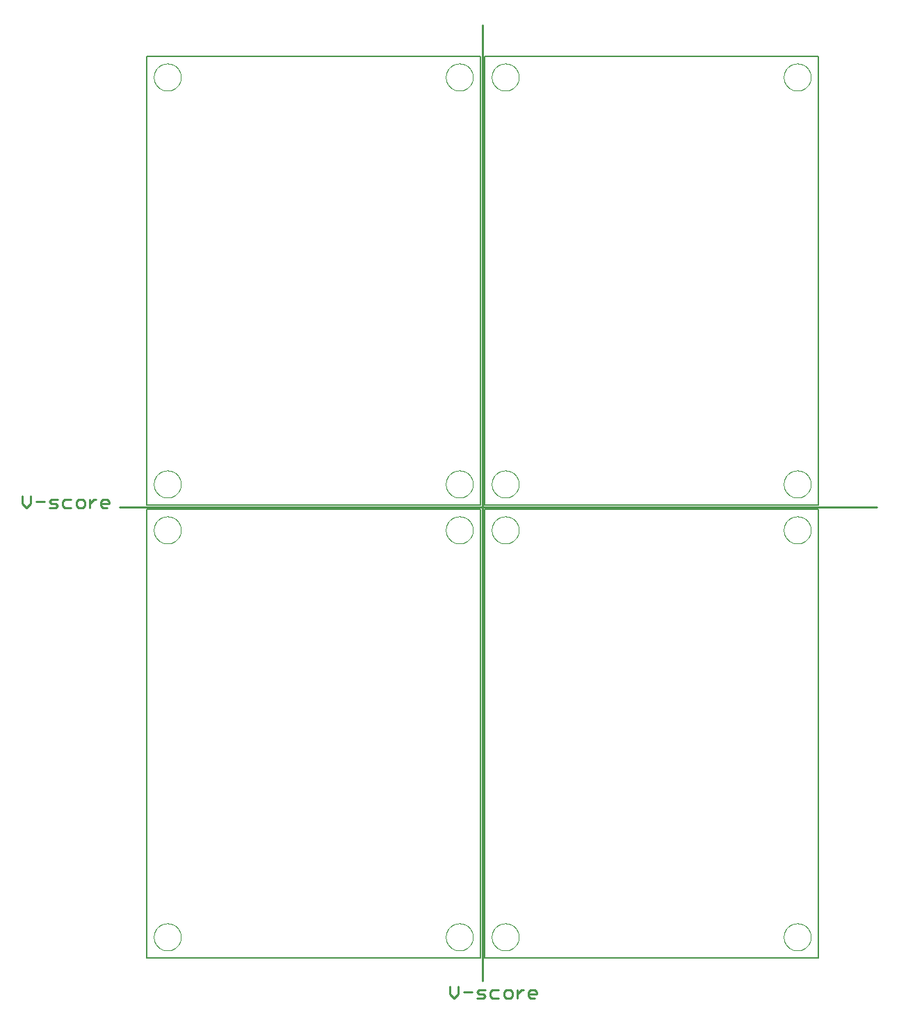
<source format=gko>
G75*
%MOIN*%
%OFA0B0*%
%FSLAX25Y25*%
%IPPOS*%
%LPD*%
%AMOC8*
5,1,8,0,0,1.08239X$1,22.5*
%
%ADD10C,0.00800*%
%ADD11C,0.01000*%
%ADD12C,0.01100*%
%ADD13C,0.00000*%
D10*
X0063333Y0023333D02*
X0223333Y0023333D01*
X0223333Y0238333D01*
X0063333Y0238333D01*
X0063333Y0023333D01*
X0225333Y0023333D02*
X0385333Y0023333D01*
X0385333Y0238333D01*
X0225333Y0238333D01*
X0225333Y0023333D01*
X0225333Y0240333D02*
X0385333Y0240333D01*
X0385333Y0455333D01*
X0225333Y0455333D01*
X0225333Y0240333D01*
X0223333Y0240333D02*
X0063333Y0240333D01*
X0063333Y0455333D01*
X0223333Y0455333D01*
X0223333Y0240333D01*
D11*
X0050333Y0239333D02*
X0413333Y0239333D01*
X0224333Y0012333D02*
X0224333Y0470333D01*
D12*
X0044435Y0242820D02*
X0045419Y0241836D01*
X0045419Y0240852D01*
X0041482Y0240852D01*
X0041482Y0241836D02*
X0042466Y0242820D01*
X0044435Y0242820D01*
X0041482Y0241836D02*
X0041482Y0239867D01*
X0042466Y0238883D01*
X0044435Y0238883D01*
X0039063Y0242820D02*
X0038079Y0242820D01*
X0036111Y0240852D01*
X0036111Y0242820D02*
X0036111Y0238883D01*
X0033602Y0239867D02*
X0033602Y0241836D01*
X0032618Y0242820D01*
X0030649Y0242820D01*
X0029665Y0241836D01*
X0029665Y0239867D01*
X0030649Y0238883D01*
X0032618Y0238883D01*
X0033602Y0239867D01*
X0027157Y0238883D02*
X0024204Y0238883D01*
X0023220Y0239867D01*
X0023220Y0241836D01*
X0024204Y0242820D01*
X0027157Y0242820D01*
X0020711Y0242820D02*
X0017758Y0242820D01*
X0016774Y0241836D01*
X0017758Y0240852D01*
X0019727Y0240852D01*
X0020711Y0239867D01*
X0019727Y0238883D01*
X0016774Y0238883D01*
X0014266Y0241836D02*
X0010329Y0241836D01*
X0007820Y0240852D02*
X0005852Y0238883D01*
X0003883Y0240852D01*
X0003883Y0244788D01*
X0007820Y0244788D02*
X0007820Y0240852D01*
X0208883Y0009788D02*
X0208883Y0005852D01*
X0210852Y0003883D01*
X0212820Y0005852D01*
X0212820Y0009788D01*
X0215329Y0006836D02*
X0219266Y0006836D01*
X0221774Y0006836D02*
X0222758Y0007820D01*
X0225711Y0007820D01*
X0224727Y0005852D02*
X0222758Y0005852D01*
X0221774Y0006836D01*
X0221774Y0003883D02*
X0224727Y0003883D01*
X0225711Y0004867D01*
X0224727Y0005852D01*
X0228220Y0006836D02*
X0228220Y0004867D01*
X0229204Y0003883D01*
X0232157Y0003883D01*
X0234665Y0004867D02*
X0235649Y0003883D01*
X0237618Y0003883D01*
X0238602Y0004867D01*
X0238602Y0006836D01*
X0237618Y0007820D01*
X0235649Y0007820D01*
X0234665Y0006836D01*
X0234665Y0004867D01*
X0232157Y0007820D02*
X0229204Y0007820D01*
X0228220Y0006836D01*
X0241111Y0007820D02*
X0241111Y0003883D01*
X0241111Y0005852D02*
X0243079Y0007820D01*
X0244063Y0007820D01*
X0246482Y0006836D02*
X0247466Y0007820D01*
X0249435Y0007820D01*
X0250419Y0006836D01*
X0250419Y0005852D01*
X0246482Y0005852D01*
X0246482Y0006836D02*
X0246482Y0004867D01*
X0247466Y0003883D01*
X0249435Y0003883D01*
D13*
X0228833Y0033333D02*
X0228835Y0033494D01*
X0228841Y0033654D01*
X0228851Y0033815D01*
X0228865Y0033975D01*
X0228883Y0034135D01*
X0228904Y0034294D01*
X0228930Y0034453D01*
X0228960Y0034611D01*
X0228993Y0034768D01*
X0229031Y0034925D01*
X0229072Y0035080D01*
X0229117Y0035234D01*
X0229166Y0035387D01*
X0229219Y0035539D01*
X0229275Y0035690D01*
X0229336Y0035839D01*
X0229399Y0035987D01*
X0229467Y0036133D01*
X0229538Y0036277D01*
X0229612Y0036419D01*
X0229690Y0036560D01*
X0229772Y0036698D01*
X0229857Y0036835D01*
X0229945Y0036969D01*
X0230037Y0037101D01*
X0230132Y0037231D01*
X0230230Y0037359D01*
X0230331Y0037484D01*
X0230435Y0037606D01*
X0230542Y0037726D01*
X0230652Y0037843D01*
X0230765Y0037958D01*
X0230881Y0038069D01*
X0231000Y0038178D01*
X0231121Y0038283D01*
X0231245Y0038386D01*
X0231371Y0038486D01*
X0231499Y0038582D01*
X0231630Y0038675D01*
X0231764Y0038765D01*
X0231899Y0038852D01*
X0232037Y0038935D01*
X0232176Y0039015D01*
X0232318Y0039091D01*
X0232461Y0039164D01*
X0232606Y0039233D01*
X0232753Y0039299D01*
X0232901Y0039361D01*
X0233051Y0039419D01*
X0233202Y0039474D01*
X0233355Y0039525D01*
X0233509Y0039572D01*
X0233664Y0039615D01*
X0233820Y0039654D01*
X0233976Y0039690D01*
X0234134Y0039721D01*
X0234292Y0039749D01*
X0234451Y0039773D01*
X0234611Y0039793D01*
X0234771Y0039809D01*
X0234931Y0039821D01*
X0235092Y0039829D01*
X0235253Y0039833D01*
X0235413Y0039833D01*
X0235574Y0039829D01*
X0235735Y0039821D01*
X0235895Y0039809D01*
X0236055Y0039793D01*
X0236215Y0039773D01*
X0236374Y0039749D01*
X0236532Y0039721D01*
X0236690Y0039690D01*
X0236846Y0039654D01*
X0237002Y0039615D01*
X0237157Y0039572D01*
X0237311Y0039525D01*
X0237464Y0039474D01*
X0237615Y0039419D01*
X0237765Y0039361D01*
X0237913Y0039299D01*
X0238060Y0039233D01*
X0238205Y0039164D01*
X0238348Y0039091D01*
X0238490Y0039015D01*
X0238629Y0038935D01*
X0238767Y0038852D01*
X0238902Y0038765D01*
X0239036Y0038675D01*
X0239167Y0038582D01*
X0239295Y0038486D01*
X0239421Y0038386D01*
X0239545Y0038283D01*
X0239666Y0038178D01*
X0239785Y0038069D01*
X0239901Y0037958D01*
X0240014Y0037843D01*
X0240124Y0037726D01*
X0240231Y0037606D01*
X0240335Y0037484D01*
X0240436Y0037359D01*
X0240534Y0037231D01*
X0240629Y0037101D01*
X0240721Y0036969D01*
X0240809Y0036835D01*
X0240894Y0036698D01*
X0240976Y0036560D01*
X0241054Y0036419D01*
X0241128Y0036277D01*
X0241199Y0036133D01*
X0241267Y0035987D01*
X0241330Y0035839D01*
X0241391Y0035690D01*
X0241447Y0035539D01*
X0241500Y0035387D01*
X0241549Y0035234D01*
X0241594Y0035080D01*
X0241635Y0034925D01*
X0241673Y0034768D01*
X0241706Y0034611D01*
X0241736Y0034453D01*
X0241762Y0034294D01*
X0241783Y0034135D01*
X0241801Y0033975D01*
X0241815Y0033815D01*
X0241825Y0033654D01*
X0241831Y0033494D01*
X0241833Y0033333D01*
X0241831Y0033172D01*
X0241825Y0033012D01*
X0241815Y0032851D01*
X0241801Y0032691D01*
X0241783Y0032531D01*
X0241762Y0032372D01*
X0241736Y0032213D01*
X0241706Y0032055D01*
X0241673Y0031898D01*
X0241635Y0031741D01*
X0241594Y0031586D01*
X0241549Y0031432D01*
X0241500Y0031279D01*
X0241447Y0031127D01*
X0241391Y0030976D01*
X0241330Y0030827D01*
X0241267Y0030679D01*
X0241199Y0030533D01*
X0241128Y0030389D01*
X0241054Y0030247D01*
X0240976Y0030106D01*
X0240894Y0029968D01*
X0240809Y0029831D01*
X0240721Y0029697D01*
X0240629Y0029565D01*
X0240534Y0029435D01*
X0240436Y0029307D01*
X0240335Y0029182D01*
X0240231Y0029060D01*
X0240124Y0028940D01*
X0240014Y0028823D01*
X0239901Y0028708D01*
X0239785Y0028597D01*
X0239666Y0028488D01*
X0239545Y0028383D01*
X0239421Y0028280D01*
X0239295Y0028180D01*
X0239167Y0028084D01*
X0239036Y0027991D01*
X0238902Y0027901D01*
X0238767Y0027814D01*
X0238629Y0027731D01*
X0238490Y0027651D01*
X0238348Y0027575D01*
X0238205Y0027502D01*
X0238060Y0027433D01*
X0237913Y0027367D01*
X0237765Y0027305D01*
X0237615Y0027247D01*
X0237464Y0027192D01*
X0237311Y0027141D01*
X0237157Y0027094D01*
X0237002Y0027051D01*
X0236846Y0027012D01*
X0236690Y0026976D01*
X0236532Y0026945D01*
X0236374Y0026917D01*
X0236215Y0026893D01*
X0236055Y0026873D01*
X0235895Y0026857D01*
X0235735Y0026845D01*
X0235574Y0026837D01*
X0235413Y0026833D01*
X0235253Y0026833D01*
X0235092Y0026837D01*
X0234931Y0026845D01*
X0234771Y0026857D01*
X0234611Y0026873D01*
X0234451Y0026893D01*
X0234292Y0026917D01*
X0234134Y0026945D01*
X0233976Y0026976D01*
X0233820Y0027012D01*
X0233664Y0027051D01*
X0233509Y0027094D01*
X0233355Y0027141D01*
X0233202Y0027192D01*
X0233051Y0027247D01*
X0232901Y0027305D01*
X0232753Y0027367D01*
X0232606Y0027433D01*
X0232461Y0027502D01*
X0232318Y0027575D01*
X0232176Y0027651D01*
X0232037Y0027731D01*
X0231899Y0027814D01*
X0231764Y0027901D01*
X0231630Y0027991D01*
X0231499Y0028084D01*
X0231371Y0028180D01*
X0231245Y0028280D01*
X0231121Y0028383D01*
X0231000Y0028488D01*
X0230881Y0028597D01*
X0230765Y0028708D01*
X0230652Y0028823D01*
X0230542Y0028940D01*
X0230435Y0029060D01*
X0230331Y0029182D01*
X0230230Y0029307D01*
X0230132Y0029435D01*
X0230037Y0029565D01*
X0229945Y0029697D01*
X0229857Y0029831D01*
X0229772Y0029968D01*
X0229690Y0030106D01*
X0229612Y0030247D01*
X0229538Y0030389D01*
X0229467Y0030533D01*
X0229399Y0030679D01*
X0229336Y0030827D01*
X0229275Y0030976D01*
X0229219Y0031127D01*
X0229166Y0031279D01*
X0229117Y0031432D01*
X0229072Y0031586D01*
X0229031Y0031741D01*
X0228993Y0031898D01*
X0228960Y0032055D01*
X0228930Y0032213D01*
X0228904Y0032372D01*
X0228883Y0032531D01*
X0228865Y0032691D01*
X0228851Y0032851D01*
X0228841Y0033012D01*
X0228835Y0033172D01*
X0228833Y0033333D01*
X0206833Y0033333D02*
X0206835Y0033494D01*
X0206841Y0033654D01*
X0206851Y0033815D01*
X0206865Y0033975D01*
X0206883Y0034135D01*
X0206904Y0034294D01*
X0206930Y0034453D01*
X0206960Y0034611D01*
X0206993Y0034768D01*
X0207031Y0034925D01*
X0207072Y0035080D01*
X0207117Y0035234D01*
X0207166Y0035387D01*
X0207219Y0035539D01*
X0207275Y0035690D01*
X0207336Y0035839D01*
X0207399Y0035987D01*
X0207467Y0036133D01*
X0207538Y0036277D01*
X0207612Y0036419D01*
X0207690Y0036560D01*
X0207772Y0036698D01*
X0207857Y0036835D01*
X0207945Y0036969D01*
X0208037Y0037101D01*
X0208132Y0037231D01*
X0208230Y0037359D01*
X0208331Y0037484D01*
X0208435Y0037606D01*
X0208542Y0037726D01*
X0208652Y0037843D01*
X0208765Y0037958D01*
X0208881Y0038069D01*
X0209000Y0038178D01*
X0209121Y0038283D01*
X0209245Y0038386D01*
X0209371Y0038486D01*
X0209499Y0038582D01*
X0209630Y0038675D01*
X0209764Y0038765D01*
X0209899Y0038852D01*
X0210037Y0038935D01*
X0210176Y0039015D01*
X0210318Y0039091D01*
X0210461Y0039164D01*
X0210606Y0039233D01*
X0210753Y0039299D01*
X0210901Y0039361D01*
X0211051Y0039419D01*
X0211202Y0039474D01*
X0211355Y0039525D01*
X0211509Y0039572D01*
X0211664Y0039615D01*
X0211820Y0039654D01*
X0211976Y0039690D01*
X0212134Y0039721D01*
X0212292Y0039749D01*
X0212451Y0039773D01*
X0212611Y0039793D01*
X0212771Y0039809D01*
X0212931Y0039821D01*
X0213092Y0039829D01*
X0213253Y0039833D01*
X0213413Y0039833D01*
X0213574Y0039829D01*
X0213735Y0039821D01*
X0213895Y0039809D01*
X0214055Y0039793D01*
X0214215Y0039773D01*
X0214374Y0039749D01*
X0214532Y0039721D01*
X0214690Y0039690D01*
X0214846Y0039654D01*
X0215002Y0039615D01*
X0215157Y0039572D01*
X0215311Y0039525D01*
X0215464Y0039474D01*
X0215615Y0039419D01*
X0215765Y0039361D01*
X0215913Y0039299D01*
X0216060Y0039233D01*
X0216205Y0039164D01*
X0216348Y0039091D01*
X0216490Y0039015D01*
X0216629Y0038935D01*
X0216767Y0038852D01*
X0216902Y0038765D01*
X0217036Y0038675D01*
X0217167Y0038582D01*
X0217295Y0038486D01*
X0217421Y0038386D01*
X0217545Y0038283D01*
X0217666Y0038178D01*
X0217785Y0038069D01*
X0217901Y0037958D01*
X0218014Y0037843D01*
X0218124Y0037726D01*
X0218231Y0037606D01*
X0218335Y0037484D01*
X0218436Y0037359D01*
X0218534Y0037231D01*
X0218629Y0037101D01*
X0218721Y0036969D01*
X0218809Y0036835D01*
X0218894Y0036698D01*
X0218976Y0036560D01*
X0219054Y0036419D01*
X0219128Y0036277D01*
X0219199Y0036133D01*
X0219267Y0035987D01*
X0219330Y0035839D01*
X0219391Y0035690D01*
X0219447Y0035539D01*
X0219500Y0035387D01*
X0219549Y0035234D01*
X0219594Y0035080D01*
X0219635Y0034925D01*
X0219673Y0034768D01*
X0219706Y0034611D01*
X0219736Y0034453D01*
X0219762Y0034294D01*
X0219783Y0034135D01*
X0219801Y0033975D01*
X0219815Y0033815D01*
X0219825Y0033654D01*
X0219831Y0033494D01*
X0219833Y0033333D01*
X0219831Y0033172D01*
X0219825Y0033012D01*
X0219815Y0032851D01*
X0219801Y0032691D01*
X0219783Y0032531D01*
X0219762Y0032372D01*
X0219736Y0032213D01*
X0219706Y0032055D01*
X0219673Y0031898D01*
X0219635Y0031741D01*
X0219594Y0031586D01*
X0219549Y0031432D01*
X0219500Y0031279D01*
X0219447Y0031127D01*
X0219391Y0030976D01*
X0219330Y0030827D01*
X0219267Y0030679D01*
X0219199Y0030533D01*
X0219128Y0030389D01*
X0219054Y0030247D01*
X0218976Y0030106D01*
X0218894Y0029968D01*
X0218809Y0029831D01*
X0218721Y0029697D01*
X0218629Y0029565D01*
X0218534Y0029435D01*
X0218436Y0029307D01*
X0218335Y0029182D01*
X0218231Y0029060D01*
X0218124Y0028940D01*
X0218014Y0028823D01*
X0217901Y0028708D01*
X0217785Y0028597D01*
X0217666Y0028488D01*
X0217545Y0028383D01*
X0217421Y0028280D01*
X0217295Y0028180D01*
X0217167Y0028084D01*
X0217036Y0027991D01*
X0216902Y0027901D01*
X0216767Y0027814D01*
X0216629Y0027731D01*
X0216490Y0027651D01*
X0216348Y0027575D01*
X0216205Y0027502D01*
X0216060Y0027433D01*
X0215913Y0027367D01*
X0215765Y0027305D01*
X0215615Y0027247D01*
X0215464Y0027192D01*
X0215311Y0027141D01*
X0215157Y0027094D01*
X0215002Y0027051D01*
X0214846Y0027012D01*
X0214690Y0026976D01*
X0214532Y0026945D01*
X0214374Y0026917D01*
X0214215Y0026893D01*
X0214055Y0026873D01*
X0213895Y0026857D01*
X0213735Y0026845D01*
X0213574Y0026837D01*
X0213413Y0026833D01*
X0213253Y0026833D01*
X0213092Y0026837D01*
X0212931Y0026845D01*
X0212771Y0026857D01*
X0212611Y0026873D01*
X0212451Y0026893D01*
X0212292Y0026917D01*
X0212134Y0026945D01*
X0211976Y0026976D01*
X0211820Y0027012D01*
X0211664Y0027051D01*
X0211509Y0027094D01*
X0211355Y0027141D01*
X0211202Y0027192D01*
X0211051Y0027247D01*
X0210901Y0027305D01*
X0210753Y0027367D01*
X0210606Y0027433D01*
X0210461Y0027502D01*
X0210318Y0027575D01*
X0210176Y0027651D01*
X0210037Y0027731D01*
X0209899Y0027814D01*
X0209764Y0027901D01*
X0209630Y0027991D01*
X0209499Y0028084D01*
X0209371Y0028180D01*
X0209245Y0028280D01*
X0209121Y0028383D01*
X0209000Y0028488D01*
X0208881Y0028597D01*
X0208765Y0028708D01*
X0208652Y0028823D01*
X0208542Y0028940D01*
X0208435Y0029060D01*
X0208331Y0029182D01*
X0208230Y0029307D01*
X0208132Y0029435D01*
X0208037Y0029565D01*
X0207945Y0029697D01*
X0207857Y0029831D01*
X0207772Y0029968D01*
X0207690Y0030106D01*
X0207612Y0030247D01*
X0207538Y0030389D01*
X0207467Y0030533D01*
X0207399Y0030679D01*
X0207336Y0030827D01*
X0207275Y0030976D01*
X0207219Y0031127D01*
X0207166Y0031279D01*
X0207117Y0031432D01*
X0207072Y0031586D01*
X0207031Y0031741D01*
X0206993Y0031898D01*
X0206960Y0032055D01*
X0206930Y0032213D01*
X0206904Y0032372D01*
X0206883Y0032531D01*
X0206865Y0032691D01*
X0206851Y0032851D01*
X0206841Y0033012D01*
X0206835Y0033172D01*
X0206833Y0033333D01*
X0066833Y0033333D02*
X0066835Y0033494D01*
X0066841Y0033654D01*
X0066851Y0033815D01*
X0066865Y0033975D01*
X0066883Y0034135D01*
X0066904Y0034294D01*
X0066930Y0034453D01*
X0066960Y0034611D01*
X0066993Y0034768D01*
X0067031Y0034925D01*
X0067072Y0035080D01*
X0067117Y0035234D01*
X0067166Y0035387D01*
X0067219Y0035539D01*
X0067275Y0035690D01*
X0067336Y0035839D01*
X0067399Y0035987D01*
X0067467Y0036133D01*
X0067538Y0036277D01*
X0067612Y0036419D01*
X0067690Y0036560D01*
X0067772Y0036698D01*
X0067857Y0036835D01*
X0067945Y0036969D01*
X0068037Y0037101D01*
X0068132Y0037231D01*
X0068230Y0037359D01*
X0068331Y0037484D01*
X0068435Y0037606D01*
X0068542Y0037726D01*
X0068652Y0037843D01*
X0068765Y0037958D01*
X0068881Y0038069D01*
X0069000Y0038178D01*
X0069121Y0038283D01*
X0069245Y0038386D01*
X0069371Y0038486D01*
X0069499Y0038582D01*
X0069630Y0038675D01*
X0069764Y0038765D01*
X0069899Y0038852D01*
X0070037Y0038935D01*
X0070176Y0039015D01*
X0070318Y0039091D01*
X0070461Y0039164D01*
X0070606Y0039233D01*
X0070753Y0039299D01*
X0070901Y0039361D01*
X0071051Y0039419D01*
X0071202Y0039474D01*
X0071355Y0039525D01*
X0071509Y0039572D01*
X0071664Y0039615D01*
X0071820Y0039654D01*
X0071976Y0039690D01*
X0072134Y0039721D01*
X0072292Y0039749D01*
X0072451Y0039773D01*
X0072611Y0039793D01*
X0072771Y0039809D01*
X0072931Y0039821D01*
X0073092Y0039829D01*
X0073253Y0039833D01*
X0073413Y0039833D01*
X0073574Y0039829D01*
X0073735Y0039821D01*
X0073895Y0039809D01*
X0074055Y0039793D01*
X0074215Y0039773D01*
X0074374Y0039749D01*
X0074532Y0039721D01*
X0074690Y0039690D01*
X0074846Y0039654D01*
X0075002Y0039615D01*
X0075157Y0039572D01*
X0075311Y0039525D01*
X0075464Y0039474D01*
X0075615Y0039419D01*
X0075765Y0039361D01*
X0075913Y0039299D01*
X0076060Y0039233D01*
X0076205Y0039164D01*
X0076348Y0039091D01*
X0076490Y0039015D01*
X0076629Y0038935D01*
X0076767Y0038852D01*
X0076902Y0038765D01*
X0077036Y0038675D01*
X0077167Y0038582D01*
X0077295Y0038486D01*
X0077421Y0038386D01*
X0077545Y0038283D01*
X0077666Y0038178D01*
X0077785Y0038069D01*
X0077901Y0037958D01*
X0078014Y0037843D01*
X0078124Y0037726D01*
X0078231Y0037606D01*
X0078335Y0037484D01*
X0078436Y0037359D01*
X0078534Y0037231D01*
X0078629Y0037101D01*
X0078721Y0036969D01*
X0078809Y0036835D01*
X0078894Y0036698D01*
X0078976Y0036560D01*
X0079054Y0036419D01*
X0079128Y0036277D01*
X0079199Y0036133D01*
X0079267Y0035987D01*
X0079330Y0035839D01*
X0079391Y0035690D01*
X0079447Y0035539D01*
X0079500Y0035387D01*
X0079549Y0035234D01*
X0079594Y0035080D01*
X0079635Y0034925D01*
X0079673Y0034768D01*
X0079706Y0034611D01*
X0079736Y0034453D01*
X0079762Y0034294D01*
X0079783Y0034135D01*
X0079801Y0033975D01*
X0079815Y0033815D01*
X0079825Y0033654D01*
X0079831Y0033494D01*
X0079833Y0033333D01*
X0079831Y0033172D01*
X0079825Y0033012D01*
X0079815Y0032851D01*
X0079801Y0032691D01*
X0079783Y0032531D01*
X0079762Y0032372D01*
X0079736Y0032213D01*
X0079706Y0032055D01*
X0079673Y0031898D01*
X0079635Y0031741D01*
X0079594Y0031586D01*
X0079549Y0031432D01*
X0079500Y0031279D01*
X0079447Y0031127D01*
X0079391Y0030976D01*
X0079330Y0030827D01*
X0079267Y0030679D01*
X0079199Y0030533D01*
X0079128Y0030389D01*
X0079054Y0030247D01*
X0078976Y0030106D01*
X0078894Y0029968D01*
X0078809Y0029831D01*
X0078721Y0029697D01*
X0078629Y0029565D01*
X0078534Y0029435D01*
X0078436Y0029307D01*
X0078335Y0029182D01*
X0078231Y0029060D01*
X0078124Y0028940D01*
X0078014Y0028823D01*
X0077901Y0028708D01*
X0077785Y0028597D01*
X0077666Y0028488D01*
X0077545Y0028383D01*
X0077421Y0028280D01*
X0077295Y0028180D01*
X0077167Y0028084D01*
X0077036Y0027991D01*
X0076902Y0027901D01*
X0076767Y0027814D01*
X0076629Y0027731D01*
X0076490Y0027651D01*
X0076348Y0027575D01*
X0076205Y0027502D01*
X0076060Y0027433D01*
X0075913Y0027367D01*
X0075765Y0027305D01*
X0075615Y0027247D01*
X0075464Y0027192D01*
X0075311Y0027141D01*
X0075157Y0027094D01*
X0075002Y0027051D01*
X0074846Y0027012D01*
X0074690Y0026976D01*
X0074532Y0026945D01*
X0074374Y0026917D01*
X0074215Y0026893D01*
X0074055Y0026873D01*
X0073895Y0026857D01*
X0073735Y0026845D01*
X0073574Y0026837D01*
X0073413Y0026833D01*
X0073253Y0026833D01*
X0073092Y0026837D01*
X0072931Y0026845D01*
X0072771Y0026857D01*
X0072611Y0026873D01*
X0072451Y0026893D01*
X0072292Y0026917D01*
X0072134Y0026945D01*
X0071976Y0026976D01*
X0071820Y0027012D01*
X0071664Y0027051D01*
X0071509Y0027094D01*
X0071355Y0027141D01*
X0071202Y0027192D01*
X0071051Y0027247D01*
X0070901Y0027305D01*
X0070753Y0027367D01*
X0070606Y0027433D01*
X0070461Y0027502D01*
X0070318Y0027575D01*
X0070176Y0027651D01*
X0070037Y0027731D01*
X0069899Y0027814D01*
X0069764Y0027901D01*
X0069630Y0027991D01*
X0069499Y0028084D01*
X0069371Y0028180D01*
X0069245Y0028280D01*
X0069121Y0028383D01*
X0069000Y0028488D01*
X0068881Y0028597D01*
X0068765Y0028708D01*
X0068652Y0028823D01*
X0068542Y0028940D01*
X0068435Y0029060D01*
X0068331Y0029182D01*
X0068230Y0029307D01*
X0068132Y0029435D01*
X0068037Y0029565D01*
X0067945Y0029697D01*
X0067857Y0029831D01*
X0067772Y0029968D01*
X0067690Y0030106D01*
X0067612Y0030247D01*
X0067538Y0030389D01*
X0067467Y0030533D01*
X0067399Y0030679D01*
X0067336Y0030827D01*
X0067275Y0030976D01*
X0067219Y0031127D01*
X0067166Y0031279D01*
X0067117Y0031432D01*
X0067072Y0031586D01*
X0067031Y0031741D01*
X0066993Y0031898D01*
X0066960Y0032055D01*
X0066930Y0032213D01*
X0066904Y0032372D01*
X0066883Y0032531D01*
X0066865Y0032691D01*
X0066851Y0032851D01*
X0066841Y0033012D01*
X0066835Y0033172D01*
X0066833Y0033333D01*
X0066833Y0228333D02*
X0066835Y0228494D01*
X0066841Y0228654D01*
X0066851Y0228815D01*
X0066865Y0228975D01*
X0066883Y0229135D01*
X0066904Y0229294D01*
X0066930Y0229453D01*
X0066960Y0229611D01*
X0066993Y0229768D01*
X0067031Y0229925D01*
X0067072Y0230080D01*
X0067117Y0230234D01*
X0067166Y0230387D01*
X0067219Y0230539D01*
X0067275Y0230690D01*
X0067336Y0230839D01*
X0067399Y0230987D01*
X0067467Y0231133D01*
X0067538Y0231277D01*
X0067612Y0231419D01*
X0067690Y0231560D01*
X0067772Y0231698D01*
X0067857Y0231835D01*
X0067945Y0231969D01*
X0068037Y0232101D01*
X0068132Y0232231D01*
X0068230Y0232359D01*
X0068331Y0232484D01*
X0068435Y0232606D01*
X0068542Y0232726D01*
X0068652Y0232843D01*
X0068765Y0232958D01*
X0068881Y0233069D01*
X0069000Y0233178D01*
X0069121Y0233283D01*
X0069245Y0233386D01*
X0069371Y0233486D01*
X0069499Y0233582D01*
X0069630Y0233675D01*
X0069764Y0233765D01*
X0069899Y0233852D01*
X0070037Y0233935D01*
X0070176Y0234015D01*
X0070318Y0234091D01*
X0070461Y0234164D01*
X0070606Y0234233D01*
X0070753Y0234299D01*
X0070901Y0234361D01*
X0071051Y0234419D01*
X0071202Y0234474D01*
X0071355Y0234525D01*
X0071509Y0234572D01*
X0071664Y0234615D01*
X0071820Y0234654D01*
X0071976Y0234690D01*
X0072134Y0234721D01*
X0072292Y0234749D01*
X0072451Y0234773D01*
X0072611Y0234793D01*
X0072771Y0234809D01*
X0072931Y0234821D01*
X0073092Y0234829D01*
X0073253Y0234833D01*
X0073413Y0234833D01*
X0073574Y0234829D01*
X0073735Y0234821D01*
X0073895Y0234809D01*
X0074055Y0234793D01*
X0074215Y0234773D01*
X0074374Y0234749D01*
X0074532Y0234721D01*
X0074690Y0234690D01*
X0074846Y0234654D01*
X0075002Y0234615D01*
X0075157Y0234572D01*
X0075311Y0234525D01*
X0075464Y0234474D01*
X0075615Y0234419D01*
X0075765Y0234361D01*
X0075913Y0234299D01*
X0076060Y0234233D01*
X0076205Y0234164D01*
X0076348Y0234091D01*
X0076490Y0234015D01*
X0076629Y0233935D01*
X0076767Y0233852D01*
X0076902Y0233765D01*
X0077036Y0233675D01*
X0077167Y0233582D01*
X0077295Y0233486D01*
X0077421Y0233386D01*
X0077545Y0233283D01*
X0077666Y0233178D01*
X0077785Y0233069D01*
X0077901Y0232958D01*
X0078014Y0232843D01*
X0078124Y0232726D01*
X0078231Y0232606D01*
X0078335Y0232484D01*
X0078436Y0232359D01*
X0078534Y0232231D01*
X0078629Y0232101D01*
X0078721Y0231969D01*
X0078809Y0231835D01*
X0078894Y0231698D01*
X0078976Y0231560D01*
X0079054Y0231419D01*
X0079128Y0231277D01*
X0079199Y0231133D01*
X0079267Y0230987D01*
X0079330Y0230839D01*
X0079391Y0230690D01*
X0079447Y0230539D01*
X0079500Y0230387D01*
X0079549Y0230234D01*
X0079594Y0230080D01*
X0079635Y0229925D01*
X0079673Y0229768D01*
X0079706Y0229611D01*
X0079736Y0229453D01*
X0079762Y0229294D01*
X0079783Y0229135D01*
X0079801Y0228975D01*
X0079815Y0228815D01*
X0079825Y0228654D01*
X0079831Y0228494D01*
X0079833Y0228333D01*
X0079831Y0228172D01*
X0079825Y0228012D01*
X0079815Y0227851D01*
X0079801Y0227691D01*
X0079783Y0227531D01*
X0079762Y0227372D01*
X0079736Y0227213D01*
X0079706Y0227055D01*
X0079673Y0226898D01*
X0079635Y0226741D01*
X0079594Y0226586D01*
X0079549Y0226432D01*
X0079500Y0226279D01*
X0079447Y0226127D01*
X0079391Y0225976D01*
X0079330Y0225827D01*
X0079267Y0225679D01*
X0079199Y0225533D01*
X0079128Y0225389D01*
X0079054Y0225247D01*
X0078976Y0225106D01*
X0078894Y0224968D01*
X0078809Y0224831D01*
X0078721Y0224697D01*
X0078629Y0224565D01*
X0078534Y0224435D01*
X0078436Y0224307D01*
X0078335Y0224182D01*
X0078231Y0224060D01*
X0078124Y0223940D01*
X0078014Y0223823D01*
X0077901Y0223708D01*
X0077785Y0223597D01*
X0077666Y0223488D01*
X0077545Y0223383D01*
X0077421Y0223280D01*
X0077295Y0223180D01*
X0077167Y0223084D01*
X0077036Y0222991D01*
X0076902Y0222901D01*
X0076767Y0222814D01*
X0076629Y0222731D01*
X0076490Y0222651D01*
X0076348Y0222575D01*
X0076205Y0222502D01*
X0076060Y0222433D01*
X0075913Y0222367D01*
X0075765Y0222305D01*
X0075615Y0222247D01*
X0075464Y0222192D01*
X0075311Y0222141D01*
X0075157Y0222094D01*
X0075002Y0222051D01*
X0074846Y0222012D01*
X0074690Y0221976D01*
X0074532Y0221945D01*
X0074374Y0221917D01*
X0074215Y0221893D01*
X0074055Y0221873D01*
X0073895Y0221857D01*
X0073735Y0221845D01*
X0073574Y0221837D01*
X0073413Y0221833D01*
X0073253Y0221833D01*
X0073092Y0221837D01*
X0072931Y0221845D01*
X0072771Y0221857D01*
X0072611Y0221873D01*
X0072451Y0221893D01*
X0072292Y0221917D01*
X0072134Y0221945D01*
X0071976Y0221976D01*
X0071820Y0222012D01*
X0071664Y0222051D01*
X0071509Y0222094D01*
X0071355Y0222141D01*
X0071202Y0222192D01*
X0071051Y0222247D01*
X0070901Y0222305D01*
X0070753Y0222367D01*
X0070606Y0222433D01*
X0070461Y0222502D01*
X0070318Y0222575D01*
X0070176Y0222651D01*
X0070037Y0222731D01*
X0069899Y0222814D01*
X0069764Y0222901D01*
X0069630Y0222991D01*
X0069499Y0223084D01*
X0069371Y0223180D01*
X0069245Y0223280D01*
X0069121Y0223383D01*
X0069000Y0223488D01*
X0068881Y0223597D01*
X0068765Y0223708D01*
X0068652Y0223823D01*
X0068542Y0223940D01*
X0068435Y0224060D01*
X0068331Y0224182D01*
X0068230Y0224307D01*
X0068132Y0224435D01*
X0068037Y0224565D01*
X0067945Y0224697D01*
X0067857Y0224831D01*
X0067772Y0224968D01*
X0067690Y0225106D01*
X0067612Y0225247D01*
X0067538Y0225389D01*
X0067467Y0225533D01*
X0067399Y0225679D01*
X0067336Y0225827D01*
X0067275Y0225976D01*
X0067219Y0226127D01*
X0067166Y0226279D01*
X0067117Y0226432D01*
X0067072Y0226586D01*
X0067031Y0226741D01*
X0066993Y0226898D01*
X0066960Y0227055D01*
X0066930Y0227213D01*
X0066904Y0227372D01*
X0066883Y0227531D01*
X0066865Y0227691D01*
X0066851Y0227851D01*
X0066841Y0228012D01*
X0066835Y0228172D01*
X0066833Y0228333D01*
X0066833Y0250333D02*
X0066835Y0250494D01*
X0066841Y0250654D01*
X0066851Y0250815D01*
X0066865Y0250975D01*
X0066883Y0251135D01*
X0066904Y0251294D01*
X0066930Y0251453D01*
X0066960Y0251611D01*
X0066993Y0251768D01*
X0067031Y0251925D01*
X0067072Y0252080D01*
X0067117Y0252234D01*
X0067166Y0252387D01*
X0067219Y0252539D01*
X0067275Y0252690D01*
X0067336Y0252839D01*
X0067399Y0252987D01*
X0067467Y0253133D01*
X0067538Y0253277D01*
X0067612Y0253419D01*
X0067690Y0253560D01*
X0067772Y0253698D01*
X0067857Y0253835D01*
X0067945Y0253969D01*
X0068037Y0254101D01*
X0068132Y0254231D01*
X0068230Y0254359D01*
X0068331Y0254484D01*
X0068435Y0254606D01*
X0068542Y0254726D01*
X0068652Y0254843D01*
X0068765Y0254958D01*
X0068881Y0255069D01*
X0069000Y0255178D01*
X0069121Y0255283D01*
X0069245Y0255386D01*
X0069371Y0255486D01*
X0069499Y0255582D01*
X0069630Y0255675D01*
X0069764Y0255765D01*
X0069899Y0255852D01*
X0070037Y0255935D01*
X0070176Y0256015D01*
X0070318Y0256091D01*
X0070461Y0256164D01*
X0070606Y0256233D01*
X0070753Y0256299D01*
X0070901Y0256361D01*
X0071051Y0256419D01*
X0071202Y0256474D01*
X0071355Y0256525D01*
X0071509Y0256572D01*
X0071664Y0256615D01*
X0071820Y0256654D01*
X0071976Y0256690D01*
X0072134Y0256721D01*
X0072292Y0256749D01*
X0072451Y0256773D01*
X0072611Y0256793D01*
X0072771Y0256809D01*
X0072931Y0256821D01*
X0073092Y0256829D01*
X0073253Y0256833D01*
X0073413Y0256833D01*
X0073574Y0256829D01*
X0073735Y0256821D01*
X0073895Y0256809D01*
X0074055Y0256793D01*
X0074215Y0256773D01*
X0074374Y0256749D01*
X0074532Y0256721D01*
X0074690Y0256690D01*
X0074846Y0256654D01*
X0075002Y0256615D01*
X0075157Y0256572D01*
X0075311Y0256525D01*
X0075464Y0256474D01*
X0075615Y0256419D01*
X0075765Y0256361D01*
X0075913Y0256299D01*
X0076060Y0256233D01*
X0076205Y0256164D01*
X0076348Y0256091D01*
X0076490Y0256015D01*
X0076629Y0255935D01*
X0076767Y0255852D01*
X0076902Y0255765D01*
X0077036Y0255675D01*
X0077167Y0255582D01*
X0077295Y0255486D01*
X0077421Y0255386D01*
X0077545Y0255283D01*
X0077666Y0255178D01*
X0077785Y0255069D01*
X0077901Y0254958D01*
X0078014Y0254843D01*
X0078124Y0254726D01*
X0078231Y0254606D01*
X0078335Y0254484D01*
X0078436Y0254359D01*
X0078534Y0254231D01*
X0078629Y0254101D01*
X0078721Y0253969D01*
X0078809Y0253835D01*
X0078894Y0253698D01*
X0078976Y0253560D01*
X0079054Y0253419D01*
X0079128Y0253277D01*
X0079199Y0253133D01*
X0079267Y0252987D01*
X0079330Y0252839D01*
X0079391Y0252690D01*
X0079447Y0252539D01*
X0079500Y0252387D01*
X0079549Y0252234D01*
X0079594Y0252080D01*
X0079635Y0251925D01*
X0079673Y0251768D01*
X0079706Y0251611D01*
X0079736Y0251453D01*
X0079762Y0251294D01*
X0079783Y0251135D01*
X0079801Y0250975D01*
X0079815Y0250815D01*
X0079825Y0250654D01*
X0079831Y0250494D01*
X0079833Y0250333D01*
X0079831Y0250172D01*
X0079825Y0250012D01*
X0079815Y0249851D01*
X0079801Y0249691D01*
X0079783Y0249531D01*
X0079762Y0249372D01*
X0079736Y0249213D01*
X0079706Y0249055D01*
X0079673Y0248898D01*
X0079635Y0248741D01*
X0079594Y0248586D01*
X0079549Y0248432D01*
X0079500Y0248279D01*
X0079447Y0248127D01*
X0079391Y0247976D01*
X0079330Y0247827D01*
X0079267Y0247679D01*
X0079199Y0247533D01*
X0079128Y0247389D01*
X0079054Y0247247D01*
X0078976Y0247106D01*
X0078894Y0246968D01*
X0078809Y0246831D01*
X0078721Y0246697D01*
X0078629Y0246565D01*
X0078534Y0246435D01*
X0078436Y0246307D01*
X0078335Y0246182D01*
X0078231Y0246060D01*
X0078124Y0245940D01*
X0078014Y0245823D01*
X0077901Y0245708D01*
X0077785Y0245597D01*
X0077666Y0245488D01*
X0077545Y0245383D01*
X0077421Y0245280D01*
X0077295Y0245180D01*
X0077167Y0245084D01*
X0077036Y0244991D01*
X0076902Y0244901D01*
X0076767Y0244814D01*
X0076629Y0244731D01*
X0076490Y0244651D01*
X0076348Y0244575D01*
X0076205Y0244502D01*
X0076060Y0244433D01*
X0075913Y0244367D01*
X0075765Y0244305D01*
X0075615Y0244247D01*
X0075464Y0244192D01*
X0075311Y0244141D01*
X0075157Y0244094D01*
X0075002Y0244051D01*
X0074846Y0244012D01*
X0074690Y0243976D01*
X0074532Y0243945D01*
X0074374Y0243917D01*
X0074215Y0243893D01*
X0074055Y0243873D01*
X0073895Y0243857D01*
X0073735Y0243845D01*
X0073574Y0243837D01*
X0073413Y0243833D01*
X0073253Y0243833D01*
X0073092Y0243837D01*
X0072931Y0243845D01*
X0072771Y0243857D01*
X0072611Y0243873D01*
X0072451Y0243893D01*
X0072292Y0243917D01*
X0072134Y0243945D01*
X0071976Y0243976D01*
X0071820Y0244012D01*
X0071664Y0244051D01*
X0071509Y0244094D01*
X0071355Y0244141D01*
X0071202Y0244192D01*
X0071051Y0244247D01*
X0070901Y0244305D01*
X0070753Y0244367D01*
X0070606Y0244433D01*
X0070461Y0244502D01*
X0070318Y0244575D01*
X0070176Y0244651D01*
X0070037Y0244731D01*
X0069899Y0244814D01*
X0069764Y0244901D01*
X0069630Y0244991D01*
X0069499Y0245084D01*
X0069371Y0245180D01*
X0069245Y0245280D01*
X0069121Y0245383D01*
X0069000Y0245488D01*
X0068881Y0245597D01*
X0068765Y0245708D01*
X0068652Y0245823D01*
X0068542Y0245940D01*
X0068435Y0246060D01*
X0068331Y0246182D01*
X0068230Y0246307D01*
X0068132Y0246435D01*
X0068037Y0246565D01*
X0067945Y0246697D01*
X0067857Y0246831D01*
X0067772Y0246968D01*
X0067690Y0247106D01*
X0067612Y0247247D01*
X0067538Y0247389D01*
X0067467Y0247533D01*
X0067399Y0247679D01*
X0067336Y0247827D01*
X0067275Y0247976D01*
X0067219Y0248127D01*
X0067166Y0248279D01*
X0067117Y0248432D01*
X0067072Y0248586D01*
X0067031Y0248741D01*
X0066993Y0248898D01*
X0066960Y0249055D01*
X0066930Y0249213D01*
X0066904Y0249372D01*
X0066883Y0249531D01*
X0066865Y0249691D01*
X0066851Y0249851D01*
X0066841Y0250012D01*
X0066835Y0250172D01*
X0066833Y0250333D01*
X0206833Y0250333D02*
X0206835Y0250494D01*
X0206841Y0250654D01*
X0206851Y0250815D01*
X0206865Y0250975D01*
X0206883Y0251135D01*
X0206904Y0251294D01*
X0206930Y0251453D01*
X0206960Y0251611D01*
X0206993Y0251768D01*
X0207031Y0251925D01*
X0207072Y0252080D01*
X0207117Y0252234D01*
X0207166Y0252387D01*
X0207219Y0252539D01*
X0207275Y0252690D01*
X0207336Y0252839D01*
X0207399Y0252987D01*
X0207467Y0253133D01*
X0207538Y0253277D01*
X0207612Y0253419D01*
X0207690Y0253560D01*
X0207772Y0253698D01*
X0207857Y0253835D01*
X0207945Y0253969D01*
X0208037Y0254101D01*
X0208132Y0254231D01*
X0208230Y0254359D01*
X0208331Y0254484D01*
X0208435Y0254606D01*
X0208542Y0254726D01*
X0208652Y0254843D01*
X0208765Y0254958D01*
X0208881Y0255069D01*
X0209000Y0255178D01*
X0209121Y0255283D01*
X0209245Y0255386D01*
X0209371Y0255486D01*
X0209499Y0255582D01*
X0209630Y0255675D01*
X0209764Y0255765D01*
X0209899Y0255852D01*
X0210037Y0255935D01*
X0210176Y0256015D01*
X0210318Y0256091D01*
X0210461Y0256164D01*
X0210606Y0256233D01*
X0210753Y0256299D01*
X0210901Y0256361D01*
X0211051Y0256419D01*
X0211202Y0256474D01*
X0211355Y0256525D01*
X0211509Y0256572D01*
X0211664Y0256615D01*
X0211820Y0256654D01*
X0211976Y0256690D01*
X0212134Y0256721D01*
X0212292Y0256749D01*
X0212451Y0256773D01*
X0212611Y0256793D01*
X0212771Y0256809D01*
X0212931Y0256821D01*
X0213092Y0256829D01*
X0213253Y0256833D01*
X0213413Y0256833D01*
X0213574Y0256829D01*
X0213735Y0256821D01*
X0213895Y0256809D01*
X0214055Y0256793D01*
X0214215Y0256773D01*
X0214374Y0256749D01*
X0214532Y0256721D01*
X0214690Y0256690D01*
X0214846Y0256654D01*
X0215002Y0256615D01*
X0215157Y0256572D01*
X0215311Y0256525D01*
X0215464Y0256474D01*
X0215615Y0256419D01*
X0215765Y0256361D01*
X0215913Y0256299D01*
X0216060Y0256233D01*
X0216205Y0256164D01*
X0216348Y0256091D01*
X0216490Y0256015D01*
X0216629Y0255935D01*
X0216767Y0255852D01*
X0216902Y0255765D01*
X0217036Y0255675D01*
X0217167Y0255582D01*
X0217295Y0255486D01*
X0217421Y0255386D01*
X0217545Y0255283D01*
X0217666Y0255178D01*
X0217785Y0255069D01*
X0217901Y0254958D01*
X0218014Y0254843D01*
X0218124Y0254726D01*
X0218231Y0254606D01*
X0218335Y0254484D01*
X0218436Y0254359D01*
X0218534Y0254231D01*
X0218629Y0254101D01*
X0218721Y0253969D01*
X0218809Y0253835D01*
X0218894Y0253698D01*
X0218976Y0253560D01*
X0219054Y0253419D01*
X0219128Y0253277D01*
X0219199Y0253133D01*
X0219267Y0252987D01*
X0219330Y0252839D01*
X0219391Y0252690D01*
X0219447Y0252539D01*
X0219500Y0252387D01*
X0219549Y0252234D01*
X0219594Y0252080D01*
X0219635Y0251925D01*
X0219673Y0251768D01*
X0219706Y0251611D01*
X0219736Y0251453D01*
X0219762Y0251294D01*
X0219783Y0251135D01*
X0219801Y0250975D01*
X0219815Y0250815D01*
X0219825Y0250654D01*
X0219831Y0250494D01*
X0219833Y0250333D01*
X0219831Y0250172D01*
X0219825Y0250012D01*
X0219815Y0249851D01*
X0219801Y0249691D01*
X0219783Y0249531D01*
X0219762Y0249372D01*
X0219736Y0249213D01*
X0219706Y0249055D01*
X0219673Y0248898D01*
X0219635Y0248741D01*
X0219594Y0248586D01*
X0219549Y0248432D01*
X0219500Y0248279D01*
X0219447Y0248127D01*
X0219391Y0247976D01*
X0219330Y0247827D01*
X0219267Y0247679D01*
X0219199Y0247533D01*
X0219128Y0247389D01*
X0219054Y0247247D01*
X0218976Y0247106D01*
X0218894Y0246968D01*
X0218809Y0246831D01*
X0218721Y0246697D01*
X0218629Y0246565D01*
X0218534Y0246435D01*
X0218436Y0246307D01*
X0218335Y0246182D01*
X0218231Y0246060D01*
X0218124Y0245940D01*
X0218014Y0245823D01*
X0217901Y0245708D01*
X0217785Y0245597D01*
X0217666Y0245488D01*
X0217545Y0245383D01*
X0217421Y0245280D01*
X0217295Y0245180D01*
X0217167Y0245084D01*
X0217036Y0244991D01*
X0216902Y0244901D01*
X0216767Y0244814D01*
X0216629Y0244731D01*
X0216490Y0244651D01*
X0216348Y0244575D01*
X0216205Y0244502D01*
X0216060Y0244433D01*
X0215913Y0244367D01*
X0215765Y0244305D01*
X0215615Y0244247D01*
X0215464Y0244192D01*
X0215311Y0244141D01*
X0215157Y0244094D01*
X0215002Y0244051D01*
X0214846Y0244012D01*
X0214690Y0243976D01*
X0214532Y0243945D01*
X0214374Y0243917D01*
X0214215Y0243893D01*
X0214055Y0243873D01*
X0213895Y0243857D01*
X0213735Y0243845D01*
X0213574Y0243837D01*
X0213413Y0243833D01*
X0213253Y0243833D01*
X0213092Y0243837D01*
X0212931Y0243845D01*
X0212771Y0243857D01*
X0212611Y0243873D01*
X0212451Y0243893D01*
X0212292Y0243917D01*
X0212134Y0243945D01*
X0211976Y0243976D01*
X0211820Y0244012D01*
X0211664Y0244051D01*
X0211509Y0244094D01*
X0211355Y0244141D01*
X0211202Y0244192D01*
X0211051Y0244247D01*
X0210901Y0244305D01*
X0210753Y0244367D01*
X0210606Y0244433D01*
X0210461Y0244502D01*
X0210318Y0244575D01*
X0210176Y0244651D01*
X0210037Y0244731D01*
X0209899Y0244814D01*
X0209764Y0244901D01*
X0209630Y0244991D01*
X0209499Y0245084D01*
X0209371Y0245180D01*
X0209245Y0245280D01*
X0209121Y0245383D01*
X0209000Y0245488D01*
X0208881Y0245597D01*
X0208765Y0245708D01*
X0208652Y0245823D01*
X0208542Y0245940D01*
X0208435Y0246060D01*
X0208331Y0246182D01*
X0208230Y0246307D01*
X0208132Y0246435D01*
X0208037Y0246565D01*
X0207945Y0246697D01*
X0207857Y0246831D01*
X0207772Y0246968D01*
X0207690Y0247106D01*
X0207612Y0247247D01*
X0207538Y0247389D01*
X0207467Y0247533D01*
X0207399Y0247679D01*
X0207336Y0247827D01*
X0207275Y0247976D01*
X0207219Y0248127D01*
X0207166Y0248279D01*
X0207117Y0248432D01*
X0207072Y0248586D01*
X0207031Y0248741D01*
X0206993Y0248898D01*
X0206960Y0249055D01*
X0206930Y0249213D01*
X0206904Y0249372D01*
X0206883Y0249531D01*
X0206865Y0249691D01*
X0206851Y0249851D01*
X0206841Y0250012D01*
X0206835Y0250172D01*
X0206833Y0250333D01*
X0206833Y0228333D02*
X0206835Y0228494D01*
X0206841Y0228654D01*
X0206851Y0228815D01*
X0206865Y0228975D01*
X0206883Y0229135D01*
X0206904Y0229294D01*
X0206930Y0229453D01*
X0206960Y0229611D01*
X0206993Y0229768D01*
X0207031Y0229925D01*
X0207072Y0230080D01*
X0207117Y0230234D01*
X0207166Y0230387D01*
X0207219Y0230539D01*
X0207275Y0230690D01*
X0207336Y0230839D01*
X0207399Y0230987D01*
X0207467Y0231133D01*
X0207538Y0231277D01*
X0207612Y0231419D01*
X0207690Y0231560D01*
X0207772Y0231698D01*
X0207857Y0231835D01*
X0207945Y0231969D01*
X0208037Y0232101D01*
X0208132Y0232231D01*
X0208230Y0232359D01*
X0208331Y0232484D01*
X0208435Y0232606D01*
X0208542Y0232726D01*
X0208652Y0232843D01*
X0208765Y0232958D01*
X0208881Y0233069D01*
X0209000Y0233178D01*
X0209121Y0233283D01*
X0209245Y0233386D01*
X0209371Y0233486D01*
X0209499Y0233582D01*
X0209630Y0233675D01*
X0209764Y0233765D01*
X0209899Y0233852D01*
X0210037Y0233935D01*
X0210176Y0234015D01*
X0210318Y0234091D01*
X0210461Y0234164D01*
X0210606Y0234233D01*
X0210753Y0234299D01*
X0210901Y0234361D01*
X0211051Y0234419D01*
X0211202Y0234474D01*
X0211355Y0234525D01*
X0211509Y0234572D01*
X0211664Y0234615D01*
X0211820Y0234654D01*
X0211976Y0234690D01*
X0212134Y0234721D01*
X0212292Y0234749D01*
X0212451Y0234773D01*
X0212611Y0234793D01*
X0212771Y0234809D01*
X0212931Y0234821D01*
X0213092Y0234829D01*
X0213253Y0234833D01*
X0213413Y0234833D01*
X0213574Y0234829D01*
X0213735Y0234821D01*
X0213895Y0234809D01*
X0214055Y0234793D01*
X0214215Y0234773D01*
X0214374Y0234749D01*
X0214532Y0234721D01*
X0214690Y0234690D01*
X0214846Y0234654D01*
X0215002Y0234615D01*
X0215157Y0234572D01*
X0215311Y0234525D01*
X0215464Y0234474D01*
X0215615Y0234419D01*
X0215765Y0234361D01*
X0215913Y0234299D01*
X0216060Y0234233D01*
X0216205Y0234164D01*
X0216348Y0234091D01*
X0216490Y0234015D01*
X0216629Y0233935D01*
X0216767Y0233852D01*
X0216902Y0233765D01*
X0217036Y0233675D01*
X0217167Y0233582D01*
X0217295Y0233486D01*
X0217421Y0233386D01*
X0217545Y0233283D01*
X0217666Y0233178D01*
X0217785Y0233069D01*
X0217901Y0232958D01*
X0218014Y0232843D01*
X0218124Y0232726D01*
X0218231Y0232606D01*
X0218335Y0232484D01*
X0218436Y0232359D01*
X0218534Y0232231D01*
X0218629Y0232101D01*
X0218721Y0231969D01*
X0218809Y0231835D01*
X0218894Y0231698D01*
X0218976Y0231560D01*
X0219054Y0231419D01*
X0219128Y0231277D01*
X0219199Y0231133D01*
X0219267Y0230987D01*
X0219330Y0230839D01*
X0219391Y0230690D01*
X0219447Y0230539D01*
X0219500Y0230387D01*
X0219549Y0230234D01*
X0219594Y0230080D01*
X0219635Y0229925D01*
X0219673Y0229768D01*
X0219706Y0229611D01*
X0219736Y0229453D01*
X0219762Y0229294D01*
X0219783Y0229135D01*
X0219801Y0228975D01*
X0219815Y0228815D01*
X0219825Y0228654D01*
X0219831Y0228494D01*
X0219833Y0228333D01*
X0219831Y0228172D01*
X0219825Y0228012D01*
X0219815Y0227851D01*
X0219801Y0227691D01*
X0219783Y0227531D01*
X0219762Y0227372D01*
X0219736Y0227213D01*
X0219706Y0227055D01*
X0219673Y0226898D01*
X0219635Y0226741D01*
X0219594Y0226586D01*
X0219549Y0226432D01*
X0219500Y0226279D01*
X0219447Y0226127D01*
X0219391Y0225976D01*
X0219330Y0225827D01*
X0219267Y0225679D01*
X0219199Y0225533D01*
X0219128Y0225389D01*
X0219054Y0225247D01*
X0218976Y0225106D01*
X0218894Y0224968D01*
X0218809Y0224831D01*
X0218721Y0224697D01*
X0218629Y0224565D01*
X0218534Y0224435D01*
X0218436Y0224307D01*
X0218335Y0224182D01*
X0218231Y0224060D01*
X0218124Y0223940D01*
X0218014Y0223823D01*
X0217901Y0223708D01*
X0217785Y0223597D01*
X0217666Y0223488D01*
X0217545Y0223383D01*
X0217421Y0223280D01*
X0217295Y0223180D01*
X0217167Y0223084D01*
X0217036Y0222991D01*
X0216902Y0222901D01*
X0216767Y0222814D01*
X0216629Y0222731D01*
X0216490Y0222651D01*
X0216348Y0222575D01*
X0216205Y0222502D01*
X0216060Y0222433D01*
X0215913Y0222367D01*
X0215765Y0222305D01*
X0215615Y0222247D01*
X0215464Y0222192D01*
X0215311Y0222141D01*
X0215157Y0222094D01*
X0215002Y0222051D01*
X0214846Y0222012D01*
X0214690Y0221976D01*
X0214532Y0221945D01*
X0214374Y0221917D01*
X0214215Y0221893D01*
X0214055Y0221873D01*
X0213895Y0221857D01*
X0213735Y0221845D01*
X0213574Y0221837D01*
X0213413Y0221833D01*
X0213253Y0221833D01*
X0213092Y0221837D01*
X0212931Y0221845D01*
X0212771Y0221857D01*
X0212611Y0221873D01*
X0212451Y0221893D01*
X0212292Y0221917D01*
X0212134Y0221945D01*
X0211976Y0221976D01*
X0211820Y0222012D01*
X0211664Y0222051D01*
X0211509Y0222094D01*
X0211355Y0222141D01*
X0211202Y0222192D01*
X0211051Y0222247D01*
X0210901Y0222305D01*
X0210753Y0222367D01*
X0210606Y0222433D01*
X0210461Y0222502D01*
X0210318Y0222575D01*
X0210176Y0222651D01*
X0210037Y0222731D01*
X0209899Y0222814D01*
X0209764Y0222901D01*
X0209630Y0222991D01*
X0209499Y0223084D01*
X0209371Y0223180D01*
X0209245Y0223280D01*
X0209121Y0223383D01*
X0209000Y0223488D01*
X0208881Y0223597D01*
X0208765Y0223708D01*
X0208652Y0223823D01*
X0208542Y0223940D01*
X0208435Y0224060D01*
X0208331Y0224182D01*
X0208230Y0224307D01*
X0208132Y0224435D01*
X0208037Y0224565D01*
X0207945Y0224697D01*
X0207857Y0224831D01*
X0207772Y0224968D01*
X0207690Y0225106D01*
X0207612Y0225247D01*
X0207538Y0225389D01*
X0207467Y0225533D01*
X0207399Y0225679D01*
X0207336Y0225827D01*
X0207275Y0225976D01*
X0207219Y0226127D01*
X0207166Y0226279D01*
X0207117Y0226432D01*
X0207072Y0226586D01*
X0207031Y0226741D01*
X0206993Y0226898D01*
X0206960Y0227055D01*
X0206930Y0227213D01*
X0206904Y0227372D01*
X0206883Y0227531D01*
X0206865Y0227691D01*
X0206851Y0227851D01*
X0206841Y0228012D01*
X0206835Y0228172D01*
X0206833Y0228333D01*
X0228833Y0228333D02*
X0228835Y0228494D01*
X0228841Y0228654D01*
X0228851Y0228815D01*
X0228865Y0228975D01*
X0228883Y0229135D01*
X0228904Y0229294D01*
X0228930Y0229453D01*
X0228960Y0229611D01*
X0228993Y0229768D01*
X0229031Y0229925D01*
X0229072Y0230080D01*
X0229117Y0230234D01*
X0229166Y0230387D01*
X0229219Y0230539D01*
X0229275Y0230690D01*
X0229336Y0230839D01*
X0229399Y0230987D01*
X0229467Y0231133D01*
X0229538Y0231277D01*
X0229612Y0231419D01*
X0229690Y0231560D01*
X0229772Y0231698D01*
X0229857Y0231835D01*
X0229945Y0231969D01*
X0230037Y0232101D01*
X0230132Y0232231D01*
X0230230Y0232359D01*
X0230331Y0232484D01*
X0230435Y0232606D01*
X0230542Y0232726D01*
X0230652Y0232843D01*
X0230765Y0232958D01*
X0230881Y0233069D01*
X0231000Y0233178D01*
X0231121Y0233283D01*
X0231245Y0233386D01*
X0231371Y0233486D01*
X0231499Y0233582D01*
X0231630Y0233675D01*
X0231764Y0233765D01*
X0231899Y0233852D01*
X0232037Y0233935D01*
X0232176Y0234015D01*
X0232318Y0234091D01*
X0232461Y0234164D01*
X0232606Y0234233D01*
X0232753Y0234299D01*
X0232901Y0234361D01*
X0233051Y0234419D01*
X0233202Y0234474D01*
X0233355Y0234525D01*
X0233509Y0234572D01*
X0233664Y0234615D01*
X0233820Y0234654D01*
X0233976Y0234690D01*
X0234134Y0234721D01*
X0234292Y0234749D01*
X0234451Y0234773D01*
X0234611Y0234793D01*
X0234771Y0234809D01*
X0234931Y0234821D01*
X0235092Y0234829D01*
X0235253Y0234833D01*
X0235413Y0234833D01*
X0235574Y0234829D01*
X0235735Y0234821D01*
X0235895Y0234809D01*
X0236055Y0234793D01*
X0236215Y0234773D01*
X0236374Y0234749D01*
X0236532Y0234721D01*
X0236690Y0234690D01*
X0236846Y0234654D01*
X0237002Y0234615D01*
X0237157Y0234572D01*
X0237311Y0234525D01*
X0237464Y0234474D01*
X0237615Y0234419D01*
X0237765Y0234361D01*
X0237913Y0234299D01*
X0238060Y0234233D01*
X0238205Y0234164D01*
X0238348Y0234091D01*
X0238490Y0234015D01*
X0238629Y0233935D01*
X0238767Y0233852D01*
X0238902Y0233765D01*
X0239036Y0233675D01*
X0239167Y0233582D01*
X0239295Y0233486D01*
X0239421Y0233386D01*
X0239545Y0233283D01*
X0239666Y0233178D01*
X0239785Y0233069D01*
X0239901Y0232958D01*
X0240014Y0232843D01*
X0240124Y0232726D01*
X0240231Y0232606D01*
X0240335Y0232484D01*
X0240436Y0232359D01*
X0240534Y0232231D01*
X0240629Y0232101D01*
X0240721Y0231969D01*
X0240809Y0231835D01*
X0240894Y0231698D01*
X0240976Y0231560D01*
X0241054Y0231419D01*
X0241128Y0231277D01*
X0241199Y0231133D01*
X0241267Y0230987D01*
X0241330Y0230839D01*
X0241391Y0230690D01*
X0241447Y0230539D01*
X0241500Y0230387D01*
X0241549Y0230234D01*
X0241594Y0230080D01*
X0241635Y0229925D01*
X0241673Y0229768D01*
X0241706Y0229611D01*
X0241736Y0229453D01*
X0241762Y0229294D01*
X0241783Y0229135D01*
X0241801Y0228975D01*
X0241815Y0228815D01*
X0241825Y0228654D01*
X0241831Y0228494D01*
X0241833Y0228333D01*
X0241831Y0228172D01*
X0241825Y0228012D01*
X0241815Y0227851D01*
X0241801Y0227691D01*
X0241783Y0227531D01*
X0241762Y0227372D01*
X0241736Y0227213D01*
X0241706Y0227055D01*
X0241673Y0226898D01*
X0241635Y0226741D01*
X0241594Y0226586D01*
X0241549Y0226432D01*
X0241500Y0226279D01*
X0241447Y0226127D01*
X0241391Y0225976D01*
X0241330Y0225827D01*
X0241267Y0225679D01*
X0241199Y0225533D01*
X0241128Y0225389D01*
X0241054Y0225247D01*
X0240976Y0225106D01*
X0240894Y0224968D01*
X0240809Y0224831D01*
X0240721Y0224697D01*
X0240629Y0224565D01*
X0240534Y0224435D01*
X0240436Y0224307D01*
X0240335Y0224182D01*
X0240231Y0224060D01*
X0240124Y0223940D01*
X0240014Y0223823D01*
X0239901Y0223708D01*
X0239785Y0223597D01*
X0239666Y0223488D01*
X0239545Y0223383D01*
X0239421Y0223280D01*
X0239295Y0223180D01*
X0239167Y0223084D01*
X0239036Y0222991D01*
X0238902Y0222901D01*
X0238767Y0222814D01*
X0238629Y0222731D01*
X0238490Y0222651D01*
X0238348Y0222575D01*
X0238205Y0222502D01*
X0238060Y0222433D01*
X0237913Y0222367D01*
X0237765Y0222305D01*
X0237615Y0222247D01*
X0237464Y0222192D01*
X0237311Y0222141D01*
X0237157Y0222094D01*
X0237002Y0222051D01*
X0236846Y0222012D01*
X0236690Y0221976D01*
X0236532Y0221945D01*
X0236374Y0221917D01*
X0236215Y0221893D01*
X0236055Y0221873D01*
X0235895Y0221857D01*
X0235735Y0221845D01*
X0235574Y0221837D01*
X0235413Y0221833D01*
X0235253Y0221833D01*
X0235092Y0221837D01*
X0234931Y0221845D01*
X0234771Y0221857D01*
X0234611Y0221873D01*
X0234451Y0221893D01*
X0234292Y0221917D01*
X0234134Y0221945D01*
X0233976Y0221976D01*
X0233820Y0222012D01*
X0233664Y0222051D01*
X0233509Y0222094D01*
X0233355Y0222141D01*
X0233202Y0222192D01*
X0233051Y0222247D01*
X0232901Y0222305D01*
X0232753Y0222367D01*
X0232606Y0222433D01*
X0232461Y0222502D01*
X0232318Y0222575D01*
X0232176Y0222651D01*
X0232037Y0222731D01*
X0231899Y0222814D01*
X0231764Y0222901D01*
X0231630Y0222991D01*
X0231499Y0223084D01*
X0231371Y0223180D01*
X0231245Y0223280D01*
X0231121Y0223383D01*
X0231000Y0223488D01*
X0230881Y0223597D01*
X0230765Y0223708D01*
X0230652Y0223823D01*
X0230542Y0223940D01*
X0230435Y0224060D01*
X0230331Y0224182D01*
X0230230Y0224307D01*
X0230132Y0224435D01*
X0230037Y0224565D01*
X0229945Y0224697D01*
X0229857Y0224831D01*
X0229772Y0224968D01*
X0229690Y0225106D01*
X0229612Y0225247D01*
X0229538Y0225389D01*
X0229467Y0225533D01*
X0229399Y0225679D01*
X0229336Y0225827D01*
X0229275Y0225976D01*
X0229219Y0226127D01*
X0229166Y0226279D01*
X0229117Y0226432D01*
X0229072Y0226586D01*
X0229031Y0226741D01*
X0228993Y0226898D01*
X0228960Y0227055D01*
X0228930Y0227213D01*
X0228904Y0227372D01*
X0228883Y0227531D01*
X0228865Y0227691D01*
X0228851Y0227851D01*
X0228841Y0228012D01*
X0228835Y0228172D01*
X0228833Y0228333D01*
X0228833Y0250333D02*
X0228835Y0250494D01*
X0228841Y0250654D01*
X0228851Y0250815D01*
X0228865Y0250975D01*
X0228883Y0251135D01*
X0228904Y0251294D01*
X0228930Y0251453D01*
X0228960Y0251611D01*
X0228993Y0251768D01*
X0229031Y0251925D01*
X0229072Y0252080D01*
X0229117Y0252234D01*
X0229166Y0252387D01*
X0229219Y0252539D01*
X0229275Y0252690D01*
X0229336Y0252839D01*
X0229399Y0252987D01*
X0229467Y0253133D01*
X0229538Y0253277D01*
X0229612Y0253419D01*
X0229690Y0253560D01*
X0229772Y0253698D01*
X0229857Y0253835D01*
X0229945Y0253969D01*
X0230037Y0254101D01*
X0230132Y0254231D01*
X0230230Y0254359D01*
X0230331Y0254484D01*
X0230435Y0254606D01*
X0230542Y0254726D01*
X0230652Y0254843D01*
X0230765Y0254958D01*
X0230881Y0255069D01*
X0231000Y0255178D01*
X0231121Y0255283D01*
X0231245Y0255386D01*
X0231371Y0255486D01*
X0231499Y0255582D01*
X0231630Y0255675D01*
X0231764Y0255765D01*
X0231899Y0255852D01*
X0232037Y0255935D01*
X0232176Y0256015D01*
X0232318Y0256091D01*
X0232461Y0256164D01*
X0232606Y0256233D01*
X0232753Y0256299D01*
X0232901Y0256361D01*
X0233051Y0256419D01*
X0233202Y0256474D01*
X0233355Y0256525D01*
X0233509Y0256572D01*
X0233664Y0256615D01*
X0233820Y0256654D01*
X0233976Y0256690D01*
X0234134Y0256721D01*
X0234292Y0256749D01*
X0234451Y0256773D01*
X0234611Y0256793D01*
X0234771Y0256809D01*
X0234931Y0256821D01*
X0235092Y0256829D01*
X0235253Y0256833D01*
X0235413Y0256833D01*
X0235574Y0256829D01*
X0235735Y0256821D01*
X0235895Y0256809D01*
X0236055Y0256793D01*
X0236215Y0256773D01*
X0236374Y0256749D01*
X0236532Y0256721D01*
X0236690Y0256690D01*
X0236846Y0256654D01*
X0237002Y0256615D01*
X0237157Y0256572D01*
X0237311Y0256525D01*
X0237464Y0256474D01*
X0237615Y0256419D01*
X0237765Y0256361D01*
X0237913Y0256299D01*
X0238060Y0256233D01*
X0238205Y0256164D01*
X0238348Y0256091D01*
X0238490Y0256015D01*
X0238629Y0255935D01*
X0238767Y0255852D01*
X0238902Y0255765D01*
X0239036Y0255675D01*
X0239167Y0255582D01*
X0239295Y0255486D01*
X0239421Y0255386D01*
X0239545Y0255283D01*
X0239666Y0255178D01*
X0239785Y0255069D01*
X0239901Y0254958D01*
X0240014Y0254843D01*
X0240124Y0254726D01*
X0240231Y0254606D01*
X0240335Y0254484D01*
X0240436Y0254359D01*
X0240534Y0254231D01*
X0240629Y0254101D01*
X0240721Y0253969D01*
X0240809Y0253835D01*
X0240894Y0253698D01*
X0240976Y0253560D01*
X0241054Y0253419D01*
X0241128Y0253277D01*
X0241199Y0253133D01*
X0241267Y0252987D01*
X0241330Y0252839D01*
X0241391Y0252690D01*
X0241447Y0252539D01*
X0241500Y0252387D01*
X0241549Y0252234D01*
X0241594Y0252080D01*
X0241635Y0251925D01*
X0241673Y0251768D01*
X0241706Y0251611D01*
X0241736Y0251453D01*
X0241762Y0251294D01*
X0241783Y0251135D01*
X0241801Y0250975D01*
X0241815Y0250815D01*
X0241825Y0250654D01*
X0241831Y0250494D01*
X0241833Y0250333D01*
X0241831Y0250172D01*
X0241825Y0250012D01*
X0241815Y0249851D01*
X0241801Y0249691D01*
X0241783Y0249531D01*
X0241762Y0249372D01*
X0241736Y0249213D01*
X0241706Y0249055D01*
X0241673Y0248898D01*
X0241635Y0248741D01*
X0241594Y0248586D01*
X0241549Y0248432D01*
X0241500Y0248279D01*
X0241447Y0248127D01*
X0241391Y0247976D01*
X0241330Y0247827D01*
X0241267Y0247679D01*
X0241199Y0247533D01*
X0241128Y0247389D01*
X0241054Y0247247D01*
X0240976Y0247106D01*
X0240894Y0246968D01*
X0240809Y0246831D01*
X0240721Y0246697D01*
X0240629Y0246565D01*
X0240534Y0246435D01*
X0240436Y0246307D01*
X0240335Y0246182D01*
X0240231Y0246060D01*
X0240124Y0245940D01*
X0240014Y0245823D01*
X0239901Y0245708D01*
X0239785Y0245597D01*
X0239666Y0245488D01*
X0239545Y0245383D01*
X0239421Y0245280D01*
X0239295Y0245180D01*
X0239167Y0245084D01*
X0239036Y0244991D01*
X0238902Y0244901D01*
X0238767Y0244814D01*
X0238629Y0244731D01*
X0238490Y0244651D01*
X0238348Y0244575D01*
X0238205Y0244502D01*
X0238060Y0244433D01*
X0237913Y0244367D01*
X0237765Y0244305D01*
X0237615Y0244247D01*
X0237464Y0244192D01*
X0237311Y0244141D01*
X0237157Y0244094D01*
X0237002Y0244051D01*
X0236846Y0244012D01*
X0236690Y0243976D01*
X0236532Y0243945D01*
X0236374Y0243917D01*
X0236215Y0243893D01*
X0236055Y0243873D01*
X0235895Y0243857D01*
X0235735Y0243845D01*
X0235574Y0243837D01*
X0235413Y0243833D01*
X0235253Y0243833D01*
X0235092Y0243837D01*
X0234931Y0243845D01*
X0234771Y0243857D01*
X0234611Y0243873D01*
X0234451Y0243893D01*
X0234292Y0243917D01*
X0234134Y0243945D01*
X0233976Y0243976D01*
X0233820Y0244012D01*
X0233664Y0244051D01*
X0233509Y0244094D01*
X0233355Y0244141D01*
X0233202Y0244192D01*
X0233051Y0244247D01*
X0232901Y0244305D01*
X0232753Y0244367D01*
X0232606Y0244433D01*
X0232461Y0244502D01*
X0232318Y0244575D01*
X0232176Y0244651D01*
X0232037Y0244731D01*
X0231899Y0244814D01*
X0231764Y0244901D01*
X0231630Y0244991D01*
X0231499Y0245084D01*
X0231371Y0245180D01*
X0231245Y0245280D01*
X0231121Y0245383D01*
X0231000Y0245488D01*
X0230881Y0245597D01*
X0230765Y0245708D01*
X0230652Y0245823D01*
X0230542Y0245940D01*
X0230435Y0246060D01*
X0230331Y0246182D01*
X0230230Y0246307D01*
X0230132Y0246435D01*
X0230037Y0246565D01*
X0229945Y0246697D01*
X0229857Y0246831D01*
X0229772Y0246968D01*
X0229690Y0247106D01*
X0229612Y0247247D01*
X0229538Y0247389D01*
X0229467Y0247533D01*
X0229399Y0247679D01*
X0229336Y0247827D01*
X0229275Y0247976D01*
X0229219Y0248127D01*
X0229166Y0248279D01*
X0229117Y0248432D01*
X0229072Y0248586D01*
X0229031Y0248741D01*
X0228993Y0248898D01*
X0228960Y0249055D01*
X0228930Y0249213D01*
X0228904Y0249372D01*
X0228883Y0249531D01*
X0228865Y0249691D01*
X0228851Y0249851D01*
X0228841Y0250012D01*
X0228835Y0250172D01*
X0228833Y0250333D01*
X0368833Y0250333D02*
X0368835Y0250494D01*
X0368841Y0250654D01*
X0368851Y0250815D01*
X0368865Y0250975D01*
X0368883Y0251135D01*
X0368904Y0251294D01*
X0368930Y0251453D01*
X0368960Y0251611D01*
X0368993Y0251768D01*
X0369031Y0251925D01*
X0369072Y0252080D01*
X0369117Y0252234D01*
X0369166Y0252387D01*
X0369219Y0252539D01*
X0369275Y0252690D01*
X0369336Y0252839D01*
X0369399Y0252987D01*
X0369467Y0253133D01*
X0369538Y0253277D01*
X0369612Y0253419D01*
X0369690Y0253560D01*
X0369772Y0253698D01*
X0369857Y0253835D01*
X0369945Y0253969D01*
X0370037Y0254101D01*
X0370132Y0254231D01*
X0370230Y0254359D01*
X0370331Y0254484D01*
X0370435Y0254606D01*
X0370542Y0254726D01*
X0370652Y0254843D01*
X0370765Y0254958D01*
X0370881Y0255069D01*
X0371000Y0255178D01*
X0371121Y0255283D01*
X0371245Y0255386D01*
X0371371Y0255486D01*
X0371499Y0255582D01*
X0371630Y0255675D01*
X0371764Y0255765D01*
X0371899Y0255852D01*
X0372037Y0255935D01*
X0372176Y0256015D01*
X0372318Y0256091D01*
X0372461Y0256164D01*
X0372606Y0256233D01*
X0372753Y0256299D01*
X0372901Y0256361D01*
X0373051Y0256419D01*
X0373202Y0256474D01*
X0373355Y0256525D01*
X0373509Y0256572D01*
X0373664Y0256615D01*
X0373820Y0256654D01*
X0373976Y0256690D01*
X0374134Y0256721D01*
X0374292Y0256749D01*
X0374451Y0256773D01*
X0374611Y0256793D01*
X0374771Y0256809D01*
X0374931Y0256821D01*
X0375092Y0256829D01*
X0375253Y0256833D01*
X0375413Y0256833D01*
X0375574Y0256829D01*
X0375735Y0256821D01*
X0375895Y0256809D01*
X0376055Y0256793D01*
X0376215Y0256773D01*
X0376374Y0256749D01*
X0376532Y0256721D01*
X0376690Y0256690D01*
X0376846Y0256654D01*
X0377002Y0256615D01*
X0377157Y0256572D01*
X0377311Y0256525D01*
X0377464Y0256474D01*
X0377615Y0256419D01*
X0377765Y0256361D01*
X0377913Y0256299D01*
X0378060Y0256233D01*
X0378205Y0256164D01*
X0378348Y0256091D01*
X0378490Y0256015D01*
X0378629Y0255935D01*
X0378767Y0255852D01*
X0378902Y0255765D01*
X0379036Y0255675D01*
X0379167Y0255582D01*
X0379295Y0255486D01*
X0379421Y0255386D01*
X0379545Y0255283D01*
X0379666Y0255178D01*
X0379785Y0255069D01*
X0379901Y0254958D01*
X0380014Y0254843D01*
X0380124Y0254726D01*
X0380231Y0254606D01*
X0380335Y0254484D01*
X0380436Y0254359D01*
X0380534Y0254231D01*
X0380629Y0254101D01*
X0380721Y0253969D01*
X0380809Y0253835D01*
X0380894Y0253698D01*
X0380976Y0253560D01*
X0381054Y0253419D01*
X0381128Y0253277D01*
X0381199Y0253133D01*
X0381267Y0252987D01*
X0381330Y0252839D01*
X0381391Y0252690D01*
X0381447Y0252539D01*
X0381500Y0252387D01*
X0381549Y0252234D01*
X0381594Y0252080D01*
X0381635Y0251925D01*
X0381673Y0251768D01*
X0381706Y0251611D01*
X0381736Y0251453D01*
X0381762Y0251294D01*
X0381783Y0251135D01*
X0381801Y0250975D01*
X0381815Y0250815D01*
X0381825Y0250654D01*
X0381831Y0250494D01*
X0381833Y0250333D01*
X0381831Y0250172D01*
X0381825Y0250012D01*
X0381815Y0249851D01*
X0381801Y0249691D01*
X0381783Y0249531D01*
X0381762Y0249372D01*
X0381736Y0249213D01*
X0381706Y0249055D01*
X0381673Y0248898D01*
X0381635Y0248741D01*
X0381594Y0248586D01*
X0381549Y0248432D01*
X0381500Y0248279D01*
X0381447Y0248127D01*
X0381391Y0247976D01*
X0381330Y0247827D01*
X0381267Y0247679D01*
X0381199Y0247533D01*
X0381128Y0247389D01*
X0381054Y0247247D01*
X0380976Y0247106D01*
X0380894Y0246968D01*
X0380809Y0246831D01*
X0380721Y0246697D01*
X0380629Y0246565D01*
X0380534Y0246435D01*
X0380436Y0246307D01*
X0380335Y0246182D01*
X0380231Y0246060D01*
X0380124Y0245940D01*
X0380014Y0245823D01*
X0379901Y0245708D01*
X0379785Y0245597D01*
X0379666Y0245488D01*
X0379545Y0245383D01*
X0379421Y0245280D01*
X0379295Y0245180D01*
X0379167Y0245084D01*
X0379036Y0244991D01*
X0378902Y0244901D01*
X0378767Y0244814D01*
X0378629Y0244731D01*
X0378490Y0244651D01*
X0378348Y0244575D01*
X0378205Y0244502D01*
X0378060Y0244433D01*
X0377913Y0244367D01*
X0377765Y0244305D01*
X0377615Y0244247D01*
X0377464Y0244192D01*
X0377311Y0244141D01*
X0377157Y0244094D01*
X0377002Y0244051D01*
X0376846Y0244012D01*
X0376690Y0243976D01*
X0376532Y0243945D01*
X0376374Y0243917D01*
X0376215Y0243893D01*
X0376055Y0243873D01*
X0375895Y0243857D01*
X0375735Y0243845D01*
X0375574Y0243837D01*
X0375413Y0243833D01*
X0375253Y0243833D01*
X0375092Y0243837D01*
X0374931Y0243845D01*
X0374771Y0243857D01*
X0374611Y0243873D01*
X0374451Y0243893D01*
X0374292Y0243917D01*
X0374134Y0243945D01*
X0373976Y0243976D01*
X0373820Y0244012D01*
X0373664Y0244051D01*
X0373509Y0244094D01*
X0373355Y0244141D01*
X0373202Y0244192D01*
X0373051Y0244247D01*
X0372901Y0244305D01*
X0372753Y0244367D01*
X0372606Y0244433D01*
X0372461Y0244502D01*
X0372318Y0244575D01*
X0372176Y0244651D01*
X0372037Y0244731D01*
X0371899Y0244814D01*
X0371764Y0244901D01*
X0371630Y0244991D01*
X0371499Y0245084D01*
X0371371Y0245180D01*
X0371245Y0245280D01*
X0371121Y0245383D01*
X0371000Y0245488D01*
X0370881Y0245597D01*
X0370765Y0245708D01*
X0370652Y0245823D01*
X0370542Y0245940D01*
X0370435Y0246060D01*
X0370331Y0246182D01*
X0370230Y0246307D01*
X0370132Y0246435D01*
X0370037Y0246565D01*
X0369945Y0246697D01*
X0369857Y0246831D01*
X0369772Y0246968D01*
X0369690Y0247106D01*
X0369612Y0247247D01*
X0369538Y0247389D01*
X0369467Y0247533D01*
X0369399Y0247679D01*
X0369336Y0247827D01*
X0369275Y0247976D01*
X0369219Y0248127D01*
X0369166Y0248279D01*
X0369117Y0248432D01*
X0369072Y0248586D01*
X0369031Y0248741D01*
X0368993Y0248898D01*
X0368960Y0249055D01*
X0368930Y0249213D01*
X0368904Y0249372D01*
X0368883Y0249531D01*
X0368865Y0249691D01*
X0368851Y0249851D01*
X0368841Y0250012D01*
X0368835Y0250172D01*
X0368833Y0250333D01*
X0368833Y0228333D02*
X0368835Y0228494D01*
X0368841Y0228654D01*
X0368851Y0228815D01*
X0368865Y0228975D01*
X0368883Y0229135D01*
X0368904Y0229294D01*
X0368930Y0229453D01*
X0368960Y0229611D01*
X0368993Y0229768D01*
X0369031Y0229925D01*
X0369072Y0230080D01*
X0369117Y0230234D01*
X0369166Y0230387D01*
X0369219Y0230539D01*
X0369275Y0230690D01*
X0369336Y0230839D01*
X0369399Y0230987D01*
X0369467Y0231133D01*
X0369538Y0231277D01*
X0369612Y0231419D01*
X0369690Y0231560D01*
X0369772Y0231698D01*
X0369857Y0231835D01*
X0369945Y0231969D01*
X0370037Y0232101D01*
X0370132Y0232231D01*
X0370230Y0232359D01*
X0370331Y0232484D01*
X0370435Y0232606D01*
X0370542Y0232726D01*
X0370652Y0232843D01*
X0370765Y0232958D01*
X0370881Y0233069D01*
X0371000Y0233178D01*
X0371121Y0233283D01*
X0371245Y0233386D01*
X0371371Y0233486D01*
X0371499Y0233582D01*
X0371630Y0233675D01*
X0371764Y0233765D01*
X0371899Y0233852D01*
X0372037Y0233935D01*
X0372176Y0234015D01*
X0372318Y0234091D01*
X0372461Y0234164D01*
X0372606Y0234233D01*
X0372753Y0234299D01*
X0372901Y0234361D01*
X0373051Y0234419D01*
X0373202Y0234474D01*
X0373355Y0234525D01*
X0373509Y0234572D01*
X0373664Y0234615D01*
X0373820Y0234654D01*
X0373976Y0234690D01*
X0374134Y0234721D01*
X0374292Y0234749D01*
X0374451Y0234773D01*
X0374611Y0234793D01*
X0374771Y0234809D01*
X0374931Y0234821D01*
X0375092Y0234829D01*
X0375253Y0234833D01*
X0375413Y0234833D01*
X0375574Y0234829D01*
X0375735Y0234821D01*
X0375895Y0234809D01*
X0376055Y0234793D01*
X0376215Y0234773D01*
X0376374Y0234749D01*
X0376532Y0234721D01*
X0376690Y0234690D01*
X0376846Y0234654D01*
X0377002Y0234615D01*
X0377157Y0234572D01*
X0377311Y0234525D01*
X0377464Y0234474D01*
X0377615Y0234419D01*
X0377765Y0234361D01*
X0377913Y0234299D01*
X0378060Y0234233D01*
X0378205Y0234164D01*
X0378348Y0234091D01*
X0378490Y0234015D01*
X0378629Y0233935D01*
X0378767Y0233852D01*
X0378902Y0233765D01*
X0379036Y0233675D01*
X0379167Y0233582D01*
X0379295Y0233486D01*
X0379421Y0233386D01*
X0379545Y0233283D01*
X0379666Y0233178D01*
X0379785Y0233069D01*
X0379901Y0232958D01*
X0380014Y0232843D01*
X0380124Y0232726D01*
X0380231Y0232606D01*
X0380335Y0232484D01*
X0380436Y0232359D01*
X0380534Y0232231D01*
X0380629Y0232101D01*
X0380721Y0231969D01*
X0380809Y0231835D01*
X0380894Y0231698D01*
X0380976Y0231560D01*
X0381054Y0231419D01*
X0381128Y0231277D01*
X0381199Y0231133D01*
X0381267Y0230987D01*
X0381330Y0230839D01*
X0381391Y0230690D01*
X0381447Y0230539D01*
X0381500Y0230387D01*
X0381549Y0230234D01*
X0381594Y0230080D01*
X0381635Y0229925D01*
X0381673Y0229768D01*
X0381706Y0229611D01*
X0381736Y0229453D01*
X0381762Y0229294D01*
X0381783Y0229135D01*
X0381801Y0228975D01*
X0381815Y0228815D01*
X0381825Y0228654D01*
X0381831Y0228494D01*
X0381833Y0228333D01*
X0381831Y0228172D01*
X0381825Y0228012D01*
X0381815Y0227851D01*
X0381801Y0227691D01*
X0381783Y0227531D01*
X0381762Y0227372D01*
X0381736Y0227213D01*
X0381706Y0227055D01*
X0381673Y0226898D01*
X0381635Y0226741D01*
X0381594Y0226586D01*
X0381549Y0226432D01*
X0381500Y0226279D01*
X0381447Y0226127D01*
X0381391Y0225976D01*
X0381330Y0225827D01*
X0381267Y0225679D01*
X0381199Y0225533D01*
X0381128Y0225389D01*
X0381054Y0225247D01*
X0380976Y0225106D01*
X0380894Y0224968D01*
X0380809Y0224831D01*
X0380721Y0224697D01*
X0380629Y0224565D01*
X0380534Y0224435D01*
X0380436Y0224307D01*
X0380335Y0224182D01*
X0380231Y0224060D01*
X0380124Y0223940D01*
X0380014Y0223823D01*
X0379901Y0223708D01*
X0379785Y0223597D01*
X0379666Y0223488D01*
X0379545Y0223383D01*
X0379421Y0223280D01*
X0379295Y0223180D01*
X0379167Y0223084D01*
X0379036Y0222991D01*
X0378902Y0222901D01*
X0378767Y0222814D01*
X0378629Y0222731D01*
X0378490Y0222651D01*
X0378348Y0222575D01*
X0378205Y0222502D01*
X0378060Y0222433D01*
X0377913Y0222367D01*
X0377765Y0222305D01*
X0377615Y0222247D01*
X0377464Y0222192D01*
X0377311Y0222141D01*
X0377157Y0222094D01*
X0377002Y0222051D01*
X0376846Y0222012D01*
X0376690Y0221976D01*
X0376532Y0221945D01*
X0376374Y0221917D01*
X0376215Y0221893D01*
X0376055Y0221873D01*
X0375895Y0221857D01*
X0375735Y0221845D01*
X0375574Y0221837D01*
X0375413Y0221833D01*
X0375253Y0221833D01*
X0375092Y0221837D01*
X0374931Y0221845D01*
X0374771Y0221857D01*
X0374611Y0221873D01*
X0374451Y0221893D01*
X0374292Y0221917D01*
X0374134Y0221945D01*
X0373976Y0221976D01*
X0373820Y0222012D01*
X0373664Y0222051D01*
X0373509Y0222094D01*
X0373355Y0222141D01*
X0373202Y0222192D01*
X0373051Y0222247D01*
X0372901Y0222305D01*
X0372753Y0222367D01*
X0372606Y0222433D01*
X0372461Y0222502D01*
X0372318Y0222575D01*
X0372176Y0222651D01*
X0372037Y0222731D01*
X0371899Y0222814D01*
X0371764Y0222901D01*
X0371630Y0222991D01*
X0371499Y0223084D01*
X0371371Y0223180D01*
X0371245Y0223280D01*
X0371121Y0223383D01*
X0371000Y0223488D01*
X0370881Y0223597D01*
X0370765Y0223708D01*
X0370652Y0223823D01*
X0370542Y0223940D01*
X0370435Y0224060D01*
X0370331Y0224182D01*
X0370230Y0224307D01*
X0370132Y0224435D01*
X0370037Y0224565D01*
X0369945Y0224697D01*
X0369857Y0224831D01*
X0369772Y0224968D01*
X0369690Y0225106D01*
X0369612Y0225247D01*
X0369538Y0225389D01*
X0369467Y0225533D01*
X0369399Y0225679D01*
X0369336Y0225827D01*
X0369275Y0225976D01*
X0369219Y0226127D01*
X0369166Y0226279D01*
X0369117Y0226432D01*
X0369072Y0226586D01*
X0369031Y0226741D01*
X0368993Y0226898D01*
X0368960Y0227055D01*
X0368930Y0227213D01*
X0368904Y0227372D01*
X0368883Y0227531D01*
X0368865Y0227691D01*
X0368851Y0227851D01*
X0368841Y0228012D01*
X0368835Y0228172D01*
X0368833Y0228333D01*
X0368833Y0033333D02*
X0368835Y0033494D01*
X0368841Y0033654D01*
X0368851Y0033815D01*
X0368865Y0033975D01*
X0368883Y0034135D01*
X0368904Y0034294D01*
X0368930Y0034453D01*
X0368960Y0034611D01*
X0368993Y0034768D01*
X0369031Y0034925D01*
X0369072Y0035080D01*
X0369117Y0035234D01*
X0369166Y0035387D01*
X0369219Y0035539D01*
X0369275Y0035690D01*
X0369336Y0035839D01*
X0369399Y0035987D01*
X0369467Y0036133D01*
X0369538Y0036277D01*
X0369612Y0036419D01*
X0369690Y0036560D01*
X0369772Y0036698D01*
X0369857Y0036835D01*
X0369945Y0036969D01*
X0370037Y0037101D01*
X0370132Y0037231D01*
X0370230Y0037359D01*
X0370331Y0037484D01*
X0370435Y0037606D01*
X0370542Y0037726D01*
X0370652Y0037843D01*
X0370765Y0037958D01*
X0370881Y0038069D01*
X0371000Y0038178D01*
X0371121Y0038283D01*
X0371245Y0038386D01*
X0371371Y0038486D01*
X0371499Y0038582D01*
X0371630Y0038675D01*
X0371764Y0038765D01*
X0371899Y0038852D01*
X0372037Y0038935D01*
X0372176Y0039015D01*
X0372318Y0039091D01*
X0372461Y0039164D01*
X0372606Y0039233D01*
X0372753Y0039299D01*
X0372901Y0039361D01*
X0373051Y0039419D01*
X0373202Y0039474D01*
X0373355Y0039525D01*
X0373509Y0039572D01*
X0373664Y0039615D01*
X0373820Y0039654D01*
X0373976Y0039690D01*
X0374134Y0039721D01*
X0374292Y0039749D01*
X0374451Y0039773D01*
X0374611Y0039793D01*
X0374771Y0039809D01*
X0374931Y0039821D01*
X0375092Y0039829D01*
X0375253Y0039833D01*
X0375413Y0039833D01*
X0375574Y0039829D01*
X0375735Y0039821D01*
X0375895Y0039809D01*
X0376055Y0039793D01*
X0376215Y0039773D01*
X0376374Y0039749D01*
X0376532Y0039721D01*
X0376690Y0039690D01*
X0376846Y0039654D01*
X0377002Y0039615D01*
X0377157Y0039572D01*
X0377311Y0039525D01*
X0377464Y0039474D01*
X0377615Y0039419D01*
X0377765Y0039361D01*
X0377913Y0039299D01*
X0378060Y0039233D01*
X0378205Y0039164D01*
X0378348Y0039091D01*
X0378490Y0039015D01*
X0378629Y0038935D01*
X0378767Y0038852D01*
X0378902Y0038765D01*
X0379036Y0038675D01*
X0379167Y0038582D01*
X0379295Y0038486D01*
X0379421Y0038386D01*
X0379545Y0038283D01*
X0379666Y0038178D01*
X0379785Y0038069D01*
X0379901Y0037958D01*
X0380014Y0037843D01*
X0380124Y0037726D01*
X0380231Y0037606D01*
X0380335Y0037484D01*
X0380436Y0037359D01*
X0380534Y0037231D01*
X0380629Y0037101D01*
X0380721Y0036969D01*
X0380809Y0036835D01*
X0380894Y0036698D01*
X0380976Y0036560D01*
X0381054Y0036419D01*
X0381128Y0036277D01*
X0381199Y0036133D01*
X0381267Y0035987D01*
X0381330Y0035839D01*
X0381391Y0035690D01*
X0381447Y0035539D01*
X0381500Y0035387D01*
X0381549Y0035234D01*
X0381594Y0035080D01*
X0381635Y0034925D01*
X0381673Y0034768D01*
X0381706Y0034611D01*
X0381736Y0034453D01*
X0381762Y0034294D01*
X0381783Y0034135D01*
X0381801Y0033975D01*
X0381815Y0033815D01*
X0381825Y0033654D01*
X0381831Y0033494D01*
X0381833Y0033333D01*
X0381831Y0033172D01*
X0381825Y0033012D01*
X0381815Y0032851D01*
X0381801Y0032691D01*
X0381783Y0032531D01*
X0381762Y0032372D01*
X0381736Y0032213D01*
X0381706Y0032055D01*
X0381673Y0031898D01*
X0381635Y0031741D01*
X0381594Y0031586D01*
X0381549Y0031432D01*
X0381500Y0031279D01*
X0381447Y0031127D01*
X0381391Y0030976D01*
X0381330Y0030827D01*
X0381267Y0030679D01*
X0381199Y0030533D01*
X0381128Y0030389D01*
X0381054Y0030247D01*
X0380976Y0030106D01*
X0380894Y0029968D01*
X0380809Y0029831D01*
X0380721Y0029697D01*
X0380629Y0029565D01*
X0380534Y0029435D01*
X0380436Y0029307D01*
X0380335Y0029182D01*
X0380231Y0029060D01*
X0380124Y0028940D01*
X0380014Y0028823D01*
X0379901Y0028708D01*
X0379785Y0028597D01*
X0379666Y0028488D01*
X0379545Y0028383D01*
X0379421Y0028280D01*
X0379295Y0028180D01*
X0379167Y0028084D01*
X0379036Y0027991D01*
X0378902Y0027901D01*
X0378767Y0027814D01*
X0378629Y0027731D01*
X0378490Y0027651D01*
X0378348Y0027575D01*
X0378205Y0027502D01*
X0378060Y0027433D01*
X0377913Y0027367D01*
X0377765Y0027305D01*
X0377615Y0027247D01*
X0377464Y0027192D01*
X0377311Y0027141D01*
X0377157Y0027094D01*
X0377002Y0027051D01*
X0376846Y0027012D01*
X0376690Y0026976D01*
X0376532Y0026945D01*
X0376374Y0026917D01*
X0376215Y0026893D01*
X0376055Y0026873D01*
X0375895Y0026857D01*
X0375735Y0026845D01*
X0375574Y0026837D01*
X0375413Y0026833D01*
X0375253Y0026833D01*
X0375092Y0026837D01*
X0374931Y0026845D01*
X0374771Y0026857D01*
X0374611Y0026873D01*
X0374451Y0026893D01*
X0374292Y0026917D01*
X0374134Y0026945D01*
X0373976Y0026976D01*
X0373820Y0027012D01*
X0373664Y0027051D01*
X0373509Y0027094D01*
X0373355Y0027141D01*
X0373202Y0027192D01*
X0373051Y0027247D01*
X0372901Y0027305D01*
X0372753Y0027367D01*
X0372606Y0027433D01*
X0372461Y0027502D01*
X0372318Y0027575D01*
X0372176Y0027651D01*
X0372037Y0027731D01*
X0371899Y0027814D01*
X0371764Y0027901D01*
X0371630Y0027991D01*
X0371499Y0028084D01*
X0371371Y0028180D01*
X0371245Y0028280D01*
X0371121Y0028383D01*
X0371000Y0028488D01*
X0370881Y0028597D01*
X0370765Y0028708D01*
X0370652Y0028823D01*
X0370542Y0028940D01*
X0370435Y0029060D01*
X0370331Y0029182D01*
X0370230Y0029307D01*
X0370132Y0029435D01*
X0370037Y0029565D01*
X0369945Y0029697D01*
X0369857Y0029831D01*
X0369772Y0029968D01*
X0369690Y0030106D01*
X0369612Y0030247D01*
X0369538Y0030389D01*
X0369467Y0030533D01*
X0369399Y0030679D01*
X0369336Y0030827D01*
X0369275Y0030976D01*
X0369219Y0031127D01*
X0369166Y0031279D01*
X0369117Y0031432D01*
X0369072Y0031586D01*
X0369031Y0031741D01*
X0368993Y0031898D01*
X0368960Y0032055D01*
X0368930Y0032213D01*
X0368904Y0032372D01*
X0368883Y0032531D01*
X0368865Y0032691D01*
X0368851Y0032851D01*
X0368841Y0033012D01*
X0368835Y0033172D01*
X0368833Y0033333D01*
X0368833Y0445333D02*
X0368835Y0445494D01*
X0368841Y0445654D01*
X0368851Y0445815D01*
X0368865Y0445975D01*
X0368883Y0446135D01*
X0368904Y0446294D01*
X0368930Y0446453D01*
X0368960Y0446611D01*
X0368993Y0446768D01*
X0369031Y0446925D01*
X0369072Y0447080D01*
X0369117Y0447234D01*
X0369166Y0447387D01*
X0369219Y0447539D01*
X0369275Y0447690D01*
X0369336Y0447839D01*
X0369399Y0447987D01*
X0369467Y0448133D01*
X0369538Y0448277D01*
X0369612Y0448419D01*
X0369690Y0448560D01*
X0369772Y0448698D01*
X0369857Y0448835D01*
X0369945Y0448969D01*
X0370037Y0449101D01*
X0370132Y0449231D01*
X0370230Y0449359D01*
X0370331Y0449484D01*
X0370435Y0449606D01*
X0370542Y0449726D01*
X0370652Y0449843D01*
X0370765Y0449958D01*
X0370881Y0450069D01*
X0371000Y0450178D01*
X0371121Y0450283D01*
X0371245Y0450386D01*
X0371371Y0450486D01*
X0371499Y0450582D01*
X0371630Y0450675D01*
X0371764Y0450765D01*
X0371899Y0450852D01*
X0372037Y0450935D01*
X0372176Y0451015D01*
X0372318Y0451091D01*
X0372461Y0451164D01*
X0372606Y0451233D01*
X0372753Y0451299D01*
X0372901Y0451361D01*
X0373051Y0451419D01*
X0373202Y0451474D01*
X0373355Y0451525D01*
X0373509Y0451572D01*
X0373664Y0451615D01*
X0373820Y0451654D01*
X0373976Y0451690D01*
X0374134Y0451721D01*
X0374292Y0451749D01*
X0374451Y0451773D01*
X0374611Y0451793D01*
X0374771Y0451809D01*
X0374931Y0451821D01*
X0375092Y0451829D01*
X0375253Y0451833D01*
X0375413Y0451833D01*
X0375574Y0451829D01*
X0375735Y0451821D01*
X0375895Y0451809D01*
X0376055Y0451793D01*
X0376215Y0451773D01*
X0376374Y0451749D01*
X0376532Y0451721D01*
X0376690Y0451690D01*
X0376846Y0451654D01*
X0377002Y0451615D01*
X0377157Y0451572D01*
X0377311Y0451525D01*
X0377464Y0451474D01*
X0377615Y0451419D01*
X0377765Y0451361D01*
X0377913Y0451299D01*
X0378060Y0451233D01*
X0378205Y0451164D01*
X0378348Y0451091D01*
X0378490Y0451015D01*
X0378629Y0450935D01*
X0378767Y0450852D01*
X0378902Y0450765D01*
X0379036Y0450675D01*
X0379167Y0450582D01*
X0379295Y0450486D01*
X0379421Y0450386D01*
X0379545Y0450283D01*
X0379666Y0450178D01*
X0379785Y0450069D01*
X0379901Y0449958D01*
X0380014Y0449843D01*
X0380124Y0449726D01*
X0380231Y0449606D01*
X0380335Y0449484D01*
X0380436Y0449359D01*
X0380534Y0449231D01*
X0380629Y0449101D01*
X0380721Y0448969D01*
X0380809Y0448835D01*
X0380894Y0448698D01*
X0380976Y0448560D01*
X0381054Y0448419D01*
X0381128Y0448277D01*
X0381199Y0448133D01*
X0381267Y0447987D01*
X0381330Y0447839D01*
X0381391Y0447690D01*
X0381447Y0447539D01*
X0381500Y0447387D01*
X0381549Y0447234D01*
X0381594Y0447080D01*
X0381635Y0446925D01*
X0381673Y0446768D01*
X0381706Y0446611D01*
X0381736Y0446453D01*
X0381762Y0446294D01*
X0381783Y0446135D01*
X0381801Y0445975D01*
X0381815Y0445815D01*
X0381825Y0445654D01*
X0381831Y0445494D01*
X0381833Y0445333D01*
X0381831Y0445172D01*
X0381825Y0445012D01*
X0381815Y0444851D01*
X0381801Y0444691D01*
X0381783Y0444531D01*
X0381762Y0444372D01*
X0381736Y0444213D01*
X0381706Y0444055D01*
X0381673Y0443898D01*
X0381635Y0443741D01*
X0381594Y0443586D01*
X0381549Y0443432D01*
X0381500Y0443279D01*
X0381447Y0443127D01*
X0381391Y0442976D01*
X0381330Y0442827D01*
X0381267Y0442679D01*
X0381199Y0442533D01*
X0381128Y0442389D01*
X0381054Y0442247D01*
X0380976Y0442106D01*
X0380894Y0441968D01*
X0380809Y0441831D01*
X0380721Y0441697D01*
X0380629Y0441565D01*
X0380534Y0441435D01*
X0380436Y0441307D01*
X0380335Y0441182D01*
X0380231Y0441060D01*
X0380124Y0440940D01*
X0380014Y0440823D01*
X0379901Y0440708D01*
X0379785Y0440597D01*
X0379666Y0440488D01*
X0379545Y0440383D01*
X0379421Y0440280D01*
X0379295Y0440180D01*
X0379167Y0440084D01*
X0379036Y0439991D01*
X0378902Y0439901D01*
X0378767Y0439814D01*
X0378629Y0439731D01*
X0378490Y0439651D01*
X0378348Y0439575D01*
X0378205Y0439502D01*
X0378060Y0439433D01*
X0377913Y0439367D01*
X0377765Y0439305D01*
X0377615Y0439247D01*
X0377464Y0439192D01*
X0377311Y0439141D01*
X0377157Y0439094D01*
X0377002Y0439051D01*
X0376846Y0439012D01*
X0376690Y0438976D01*
X0376532Y0438945D01*
X0376374Y0438917D01*
X0376215Y0438893D01*
X0376055Y0438873D01*
X0375895Y0438857D01*
X0375735Y0438845D01*
X0375574Y0438837D01*
X0375413Y0438833D01*
X0375253Y0438833D01*
X0375092Y0438837D01*
X0374931Y0438845D01*
X0374771Y0438857D01*
X0374611Y0438873D01*
X0374451Y0438893D01*
X0374292Y0438917D01*
X0374134Y0438945D01*
X0373976Y0438976D01*
X0373820Y0439012D01*
X0373664Y0439051D01*
X0373509Y0439094D01*
X0373355Y0439141D01*
X0373202Y0439192D01*
X0373051Y0439247D01*
X0372901Y0439305D01*
X0372753Y0439367D01*
X0372606Y0439433D01*
X0372461Y0439502D01*
X0372318Y0439575D01*
X0372176Y0439651D01*
X0372037Y0439731D01*
X0371899Y0439814D01*
X0371764Y0439901D01*
X0371630Y0439991D01*
X0371499Y0440084D01*
X0371371Y0440180D01*
X0371245Y0440280D01*
X0371121Y0440383D01*
X0371000Y0440488D01*
X0370881Y0440597D01*
X0370765Y0440708D01*
X0370652Y0440823D01*
X0370542Y0440940D01*
X0370435Y0441060D01*
X0370331Y0441182D01*
X0370230Y0441307D01*
X0370132Y0441435D01*
X0370037Y0441565D01*
X0369945Y0441697D01*
X0369857Y0441831D01*
X0369772Y0441968D01*
X0369690Y0442106D01*
X0369612Y0442247D01*
X0369538Y0442389D01*
X0369467Y0442533D01*
X0369399Y0442679D01*
X0369336Y0442827D01*
X0369275Y0442976D01*
X0369219Y0443127D01*
X0369166Y0443279D01*
X0369117Y0443432D01*
X0369072Y0443586D01*
X0369031Y0443741D01*
X0368993Y0443898D01*
X0368960Y0444055D01*
X0368930Y0444213D01*
X0368904Y0444372D01*
X0368883Y0444531D01*
X0368865Y0444691D01*
X0368851Y0444851D01*
X0368841Y0445012D01*
X0368835Y0445172D01*
X0368833Y0445333D01*
X0228833Y0445333D02*
X0228835Y0445494D01*
X0228841Y0445654D01*
X0228851Y0445815D01*
X0228865Y0445975D01*
X0228883Y0446135D01*
X0228904Y0446294D01*
X0228930Y0446453D01*
X0228960Y0446611D01*
X0228993Y0446768D01*
X0229031Y0446925D01*
X0229072Y0447080D01*
X0229117Y0447234D01*
X0229166Y0447387D01*
X0229219Y0447539D01*
X0229275Y0447690D01*
X0229336Y0447839D01*
X0229399Y0447987D01*
X0229467Y0448133D01*
X0229538Y0448277D01*
X0229612Y0448419D01*
X0229690Y0448560D01*
X0229772Y0448698D01*
X0229857Y0448835D01*
X0229945Y0448969D01*
X0230037Y0449101D01*
X0230132Y0449231D01*
X0230230Y0449359D01*
X0230331Y0449484D01*
X0230435Y0449606D01*
X0230542Y0449726D01*
X0230652Y0449843D01*
X0230765Y0449958D01*
X0230881Y0450069D01*
X0231000Y0450178D01*
X0231121Y0450283D01*
X0231245Y0450386D01*
X0231371Y0450486D01*
X0231499Y0450582D01*
X0231630Y0450675D01*
X0231764Y0450765D01*
X0231899Y0450852D01*
X0232037Y0450935D01*
X0232176Y0451015D01*
X0232318Y0451091D01*
X0232461Y0451164D01*
X0232606Y0451233D01*
X0232753Y0451299D01*
X0232901Y0451361D01*
X0233051Y0451419D01*
X0233202Y0451474D01*
X0233355Y0451525D01*
X0233509Y0451572D01*
X0233664Y0451615D01*
X0233820Y0451654D01*
X0233976Y0451690D01*
X0234134Y0451721D01*
X0234292Y0451749D01*
X0234451Y0451773D01*
X0234611Y0451793D01*
X0234771Y0451809D01*
X0234931Y0451821D01*
X0235092Y0451829D01*
X0235253Y0451833D01*
X0235413Y0451833D01*
X0235574Y0451829D01*
X0235735Y0451821D01*
X0235895Y0451809D01*
X0236055Y0451793D01*
X0236215Y0451773D01*
X0236374Y0451749D01*
X0236532Y0451721D01*
X0236690Y0451690D01*
X0236846Y0451654D01*
X0237002Y0451615D01*
X0237157Y0451572D01*
X0237311Y0451525D01*
X0237464Y0451474D01*
X0237615Y0451419D01*
X0237765Y0451361D01*
X0237913Y0451299D01*
X0238060Y0451233D01*
X0238205Y0451164D01*
X0238348Y0451091D01*
X0238490Y0451015D01*
X0238629Y0450935D01*
X0238767Y0450852D01*
X0238902Y0450765D01*
X0239036Y0450675D01*
X0239167Y0450582D01*
X0239295Y0450486D01*
X0239421Y0450386D01*
X0239545Y0450283D01*
X0239666Y0450178D01*
X0239785Y0450069D01*
X0239901Y0449958D01*
X0240014Y0449843D01*
X0240124Y0449726D01*
X0240231Y0449606D01*
X0240335Y0449484D01*
X0240436Y0449359D01*
X0240534Y0449231D01*
X0240629Y0449101D01*
X0240721Y0448969D01*
X0240809Y0448835D01*
X0240894Y0448698D01*
X0240976Y0448560D01*
X0241054Y0448419D01*
X0241128Y0448277D01*
X0241199Y0448133D01*
X0241267Y0447987D01*
X0241330Y0447839D01*
X0241391Y0447690D01*
X0241447Y0447539D01*
X0241500Y0447387D01*
X0241549Y0447234D01*
X0241594Y0447080D01*
X0241635Y0446925D01*
X0241673Y0446768D01*
X0241706Y0446611D01*
X0241736Y0446453D01*
X0241762Y0446294D01*
X0241783Y0446135D01*
X0241801Y0445975D01*
X0241815Y0445815D01*
X0241825Y0445654D01*
X0241831Y0445494D01*
X0241833Y0445333D01*
X0241831Y0445172D01*
X0241825Y0445012D01*
X0241815Y0444851D01*
X0241801Y0444691D01*
X0241783Y0444531D01*
X0241762Y0444372D01*
X0241736Y0444213D01*
X0241706Y0444055D01*
X0241673Y0443898D01*
X0241635Y0443741D01*
X0241594Y0443586D01*
X0241549Y0443432D01*
X0241500Y0443279D01*
X0241447Y0443127D01*
X0241391Y0442976D01*
X0241330Y0442827D01*
X0241267Y0442679D01*
X0241199Y0442533D01*
X0241128Y0442389D01*
X0241054Y0442247D01*
X0240976Y0442106D01*
X0240894Y0441968D01*
X0240809Y0441831D01*
X0240721Y0441697D01*
X0240629Y0441565D01*
X0240534Y0441435D01*
X0240436Y0441307D01*
X0240335Y0441182D01*
X0240231Y0441060D01*
X0240124Y0440940D01*
X0240014Y0440823D01*
X0239901Y0440708D01*
X0239785Y0440597D01*
X0239666Y0440488D01*
X0239545Y0440383D01*
X0239421Y0440280D01*
X0239295Y0440180D01*
X0239167Y0440084D01*
X0239036Y0439991D01*
X0238902Y0439901D01*
X0238767Y0439814D01*
X0238629Y0439731D01*
X0238490Y0439651D01*
X0238348Y0439575D01*
X0238205Y0439502D01*
X0238060Y0439433D01*
X0237913Y0439367D01*
X0237765Y0439305D01*
X0237615Y0439247D01*
X0237464Y0439192D01*
X0237311Y0439141D01*
X0237157Y0439094D01*
X0237002Y0439051D01*
X0236846Y0439012D01*
X0236690Y0438976D01*
X0236532Y0438945D01*
X0236374Y0438917D01*
X0236215Y0438893D01*
X0236055Y0438873D01*
X0235895Y0438857D01*
X0235735Y0438845D01*
X0235574Y0438837D01*
X0235413Y0438833D01*
X0235253Y0438833D01*
X0235092Y0438837D01*
X0234931Y0438845D01*
X0234771Y0438857D01*
X0234611Y0438873D01*
X0234451Y0438893D01*
X0234292Y0438917D01*
X0234134Y0438945D01*
X0233976Y0438976D01*
X0233820Y0439012D01*
X0233664Y0439051D01*
X0233509Y0439094D01*
X0233355Y0439141D01*
X0233202Y0439192D01*
X0233051Y0439247D01*
X0232901Y0439305D01*
X0232753Y0439367D01*
X0232606Y0439433D01*
X0232461Y0439502D01*
X0232318Y0439575D01*
X0232176Y0439651D01*
X0232037Y0439731D01*
X0231899Y0439814D01*
X0231764Y0439901D01*
X0231630Y0439991D01*
X0231499Y0440084D01*
X0231371Y0440180D01*
X0231245Y0440280D01*
X0231121Y0440383D01*
X0231000Y0440488D01*
X0230881Y0440597D01*
X0230765Y0440708D01*
X0230652Y0440823D01*
X0230542Y0440940D01*
X0230435Y0441060D01*
X0230331Y0441182D01*
X0230230Y0441307D01*
X0230132Y0441435D01*
X0230037Y0441565D01*
X0229945Y0441697D01*
X0229857Y0441831D01*
X0229772Y0441968D01*
X0229690Y0442106D01*
X0229612Y0442247D01*
X0229538Y0442389D01*
X0229467Y0442533D01*
X0229399Y0442679D01*
X0229336Y0442827D01*
X0229275Y0442976D01*
X0229219Y0443127D01*
X0229166Y0443279D01*
X0229117Y0443432D01*
X0229072Y0443586D01*
X0229031Y0443741D01*
X0228993Y0443898D01*
X0228960Y0444055D01*
X0228930Y0444213D01*
X0228904Y0444372D01*
X0228883Y0444531D01*
X0228865Y0444691D01*
X0228851Y0444851D01*
X0228841Y0445012D01*
X0228835Y0445172D01*
X0228833Y0445333D01*
X0206833Y0445333D02*
X0206835Y0445494D01*
X0206841Y0445654D01*
X0206851Y0445815D01*
X0206865Y0445975D01*
X0206883Y0446135D01*
X0206904Y0446294D01*
X0206930Y0446453D01*
X0206960Y0446611D01*
X0206993Y0446768D01*
X0207031Y0446925D01*
X0207072Y0447080D01*
X0207117Y0447234D01*
X0207166Y0447387D01*
X0207219Y0447539D01*
X0207275Y0447690D01*
X0207336Y0447839D01*
X0207399Y0447987D01*
X0207467Y0448133D01*
X0207538Y0448277D01*
X0207612Y0448419D01*
X0207690Y0448560D01*
X0207772Y0448698D01*
X0207857Y0448835D01*
X0207945Y0448969D01*
X0208037Y0449101D01*
X0208132Y0449231D01*
X0208230Y0449359D01*
X0208331Y0449484D01*
X0208435Y0449606D01*
X0208542Y0449726D01*
X0208652Y0449843D01*
X0208765Y0449958D01*
X0208881Y0450069D01*
X0209000Y0450178D01*
X0209121Y0450283D01*
X0209245Y0450386D01*
X0209371Y0450486D01*
X0209499Y0450582D01*
X0209630Y0450675D01*
X0209764Y0450765D01*
X0209899Y0450852D01*
X0210037Y0450935D01*
X0210176Y0451015D01*
X0210318Y0451091D01*
X0210461Y0451164D01*
X0210606Y0451233D01*
X0210753Y0451299D01*
X0210901Y0451361D01*
X0211051Y0451419D01*
X0211202Y0451474D01*
X0211355Y0451525D01*
X0211509Y0451572D01*
X0211664Y0451615D01*
X0211820Y0451654D01*
X0211976Y0451690D01*
X0212134Y0451721D01*
X0212292Y0451749D01*
X0212451Y0451773D01*
X0212611Y0451793D01*
X0212771Y0451809D01*
X0212931Y0451821D01*
X0213092Y0451829D01*
X0213253Y0451833D01*
X0213413Y0451833D01*
X0213574Y0451829D01*
X0213735Y0451821D01*
X0213895Y0451809D01*
X0214055Y0451793D01*
X0214215Y0451773D01*
X0214374Y0451749D01*
X0214532Y0451721D01*
X0214690Y0451690D01*
X0214846Y0451654D01*
X0215002Y0451615D01*
X0215157Y0451572D01*
X0215311Y0451525D01*
X0215464Y0451474D01*
X0215615Y0451419D01*
X0215765Y0451361D01*
X0215913Y0451299D01*
X0216060Y0451233D01*
X0216205Y0451164D01*
X0216348Y0451091D01*
X0216490Y0451015D01*
X0216629Y0450935D01*
X0216767Y0450852D01*
X0216902Y0450765D01*
X0217036Y0450675D01*
X0217167Y0450582D01*
X0217295Y0450486D01*
X0217421Y0450386D01*
X0217545Y0450283D01*
X0217666Y0450178D01*
X0217785Y0450069D01*
X0217901Y0449958D01*
X0218014Y0449843D01*
X0218124Y0449726D01*
X0218231Y0449606D01*
X0218335Y0449484D01*
X0218436Y0449359D01*
X0218534Y0449231D01*
X0218629Y0449101D01*
X0218721Y0448969D01*
X0218809Y0448835D01*
X0218894Y0448698D01*
X0218976Y0448560D01*
X0219054Y0448419D01*
X0219128Y0448277D01*
X0219199Y0448133D01*
X0219267Y0447987D01*
X0219330Y0447839D01*
X0219391Y0447690D01*
X0219447Y0447539D01*
X0219500Y0447387D01*
X0219549Y0447234D01*
X0219594Y0447080D01*
X0219635Y0446925D01*
X0219673Y0446768D01*
X0219706Y0446611D01*
X0219736Y0446453D01*
X0219762Y0446294D01*
X0219783Y0446135D01*
X0219801Y0445975D01*
X0219815Y0445815D01*
X0219825Y0445654D01*
X0219831Y0445494D01*
X0219833Y0445333D01*
X0219831Y0445172D01*
X0219825Y0445012D01*
X0219815Y0444851D01*
X0219801Y0444691D01*
X0219783Y0444531D01*
X0219762Y0444372D01*
X0219736Y0444213D01*
X0219706Y0444055D01*
X0219673Y0443898D01*
X0219635Y0443741D01*
X0219594Y0443586D01*
X0219549Y0443432D01*
X0219500Y0443279D01*
X0219447Y0443127D01*
X0219391Y0442976D01*
X0219330Y0442827D01*
X0219267Y0442679D01*
X0219199Y0442533D01*
X0219128Y0442389D01*
X0219054Y0442247D01*
X0218976Y0442106D01*
X0218894Y0441968D01*
X0218809Y0441831D01*
X0218721Y0441697D01*
X0218629Y0441565D01*
X0218534Y0441435D01*
X0218436Y0441307D01*
X0218335Y0441182D01*
X0218231Y0441060D01*
X0218124Y0440940D01*
X0218014Y0440823D01*
X0217901Y0440708D01*
X0217785Y0440597D01*
X0217666Y0440488D01*
X0217545Y0440383D01*
X0217421Y0440280D01*
X0217295Y0440180D01*
X0217167Y0440084D01*
X0217036Y0439991D01*
X0216902Y0439901D01*
X0216767Y0439814D01*
X0216629Y0439731D01*
X0216490Y0439651D01*
X0216348Y0439575D01*
X0216205Y0439502D01*
X0216060Y0439433D01*
X0215913Y0439367D01*
X0215765Y0439305D01*
X0215615Y0439247D01*
X0215464Y0439192D01*
X0215311Y0439141D01*
X0215157Y0439094D01*
X0215002Y0439051D01*
X0214846Y0439012D01*
X0214690Y0438976D01*
X0214532Y0438945D01*
X0214374Y0438917D01*
X0214215Y0438893D01*
X0214055Y0438873D01*
X0213895Y0438857D01*
X0213735Y0438845D01*
X0213574Y0438837D01*
X0213413Y0438833D01*
X0213253Y0438833D01*
X0213092Y0438837D01*
X0212931Y0438845D01*
X0212771Y0438857D01*
X0212611Y0438873D01*
X0212451Y0438893D01*
X0212292Y0438917D01*
X0212134Y0438945D01*
X0211976Y0438976D01*
X0211820Y0439012D01*
X0211664Y0439051D01*
X0211509Y0439094D01*
X0211355Y0439141D01*
X0211202Y0439192D01*
X0211051Y0439247D01*
X0210901Y0439305D01*
X0210753Y0439367D01*
X0210606Y0439433D01*
X0210461Y0439502D01*
X0210318Y0439575D01*
X0210176Y0439651D01*
X0210037Y0439731D01*
X0209899Y0439814D01*
X0209764Y0439901D01*
X0209630Y0439991D01*
X0209499Y0440084D01*
X0209371Y0440180D01*
X0209245Y0440280D01*
X0209121Y0440383D01*
X0209000Y0440488D01*
X0208881Y0440597D01*
X0208765Y0440708D01*
X0208652Y0440823D01*
X0208542Y0440940D01*
X0208435Y0441060D01*
X0208331Y0441182D01*
X0208230Y0441307D01*
X0208132Y0441435D01*
X0208037Y0441565D01*
X0207945Y0441697D01*
X0207857Y0441831D01*
X0207772Y0441968D01*
X0207690Y0442106D01*
X0207612Y0442247D01*
X0207538Y0442389D01*
X0207467Y0442533D01*
X0207399Y0442679D01*
X0207336Y0442827D01*
X0207275Y0442976D01*
X0207219Y0443127D01*
X0207166Y0443279D01*
X0207117Y0443432D01*
X0207072Y0443586D01*
X0207031Y0443741D01*
X0206993Y0443898D01*
X0206960Y0444055D01*
X0206930Y0444213D01*
X0206904Y0444372D01*
X0206883Y0444531D01*
X0206865Y0444691D01*
X0206851Y0444851D01*
X0206841Y0445012D01*
X0206835Y0445172D01*
X0206833Y0445333D01*
X0066833Y0445333D02*
X0066835Y0445494D01*
X0066841Y0445654D01*
X0066851Y0445815D01*
X0066865Y0445975D01*
X0066883Y0446135D01*
X0066904Y0446294D01*
X0066930Y0446453D01*
X0066960Y0446611D01*
X0066993Y0446768D01*
X0067031Y0446925D01*
X0067072Y0447080D01*
X0067117Y0447234D01*
X0067166Y0447387D01*
X0067219Y0447539D01*
X0067275Y0447690D01*
X0067336Y0447839D01*
X0067399Y0447987D01*
X0067467Y0448133D01*
X0067538Y0448277D01*
X0067612Y0448419D01*
X0067690Y0448560D01*
X0067772Y0448698D01*
X0067857Y0448835D01*
X0067945Y0448969D01*
X0068037Y0449101D01*
X0068132Y0449231D01*
X0068230Y0449359D01*
X0068331Y0449484D01*
X0068435Y0449606D01*
X0068542Y0449726D01*
X0068652Y0449843D01*
X0068765Y0449958D01*
X0068881Y0450069D01*
X0069000Y0450178D01*
X0069121Y0450283D01*
X0069245Y0450386D01*
X0069371Y0450486D01*
X0069499Y0450582D01*
X0069630Y0450675D01*
X0069764Y0450765D01*
X0069899Y0450852D01*
X0070037Y0450935D01*
X0070176Y0451015D01*
X0070318Y0451091D01*
X0070461Y0451164D01*
X0070606Y0451233D01*
X0070753Y0451299D01*
X0070901Y0451361D01*
X0071051Y0451419D01*
X0071202Y0451474D01*
X0071355Y0451525D01*
X0071509Y0451572D01*
X0071664Y0451615D01*
X0071820Y0451654D01*
X0071976Y0451690D01*
X0072134Y0451721D01*
X0072292Y0451749D01*
X0072451Y0451773D01*
X0072611Y0451793D01*
X0072771Y0451809D01*
X0072931Y0451821D01*
X0073092Y0451829D01*
X0073253Y0451833D01*
X0073413Y0451833D01*
X0073574Y0451829D01*
X0073735Y0451821D01*
X0073895Y0451809D01*
X0074055Y0451793D01*
X0074215Y0451773D01*
X0074374Y0451749D01*
X0074532Y0451721D01*
X0074690Y0451690D01*
X0074846Y0451654D01*
X0075002Y0451615D01*
X0075157Y0451572D01*
X0075311Y0451525D01*
X0075464Y0451474D01*
X0075615Y0451419D01*
X0075765Y0451361D01*
X0075913Y0451299D01*
X0076060Y0451233D01*
X0076205Y0451164D01*
X0076348Y0451091D01*
X0076490Y0451015D01*
X0076629Y0450935D01*
X0076767Y0450852D01*
X0076902Y0450765D01*
X0077036Y0450675D01*
X0077167Y0450582D01*
X0077295Y0450486D01*
X0077421Y0450386D01*
X0077545Y0450283D01*
X0077666Y0450178D01*
X0077785Y0450069D01*
X0077901Y0449958D01*
X0078014Y0449843D01*
X0078124Y0449726D01*
X0078231Y0449606D01*
X0078335Y0449484D01*
X0078436Y0449359D01*
X0078534Y0449231D01*
X0078629Y0449101D01*
X0078721Y0448969D01*
X0078809Y0448835D01*
X0078894Y0448698D01*
X0078976Y0448560D01*
X0079054Y0448419D01*
X0079128Y0448277D01*
X0079199Y0448133D01*
X0079267Y0447987D01*
X0079330Y0447839D01*
X0079391Y0447690D01*
X0079447Y0447539D01*
X0079500Y0447387D01*
X0079549Y0447234D01*
X0079594Y0447080D01*
X0079635Y0446925D01*
X0079673Y0446768D01*
X0079706Y0446611D01*
X0079736Y0446453D01*
X0079762Y0446294D01*
X0079783Y0446135D01*
X0079801Y0445975D01*
X0079815Y0445815D01*
X0079825Y0445654D01*
X0079831Y0445494D01*
X0079833Y0445333D01*
X0079831Y0445172D01*
X0079825Y0445012D01*
X0079815Y0444851D01*
X0079801Y0444691D01*
X0079783Y0444531D01*
X0079762Y0444372D01*
X0079736Y0444213D01*
X0079706Y0444055D01*
X0079673Y0443898D01*
X0079635Y0443741D01*
X0079594Y0443586D01*
X0079549Y0443432D01*
X0079500Y0443279D01*
X0079447Y0443127D01*
X0079391Y0442976D01*
X0079330Y0442827D01*
X0079267Y0442679D01*
X0079199Y0442533D01*
X0079128Y0442389D01*
X0079054Y0442247D01*
X0078976Y0442106D01*
X0078894Y0441968D01*
X0078809Y0441831D01*
X0078721Y0441697D01*
X0078629Y0441565D01*
X0078534Y0441435D01*
X0078436Y0441307D01*
X0078335Y0441182D01*
X0078231Y0441060D01*
X0078124Y0440940D01*
X0078014Y0440823D01*
X0077901Y0440708D01*
X0077785Y0440597D01*
X0077666Y0440488D01*
X0077545Y0440383D01*
X0077421Y0440280D01*
X0077295Y0440180D01*
X0077167Y0440084D01*
X0077036Y0439991D01*
X0076902Y0439901D01*
X0076767Y0439814D01*
X0076629Y0439731D01*
X0076490Y0439651D01*
X0076348Y0439575D01*
X0076205Y0439502D01*
X0076060Y0439433D01*
X0075913Y0439367D01*
X0075765Y0439305D01*
X0075615Y0439247D01*
X0075464Y0439192D01*
X0075311Y0439141D01*
X0075157Y0439094D01*
X0075002Y0439051D01*
X0074846Y0439012D01*
X0074690Y0438976D01*
X0074532Y0438945D01*
X0074374Y0438917D01*
X0074215Y0438893D01*
X0074055Y0438873D01*
X0073895Y0438857D01*
X0073735Y0438845D01*
X0073574Y0438837D01*
X0073413Y0438833D01*
X0073253Y0438833D01*
X0073092Y0438837D01*
X0072931Y0438845D01*
X0072771Y0438857D01*
X0072611Y0438873D01*
X0072451Y0438893D01*
X0072292Y0438917D01*
X0072134Y0438945D01*
X0071976Y0438976D01*
X0071820Y0439012D01*
X0071664Y0439051D01*
X0071509Y0439094D01*
X0071355Y0439141D01*
X0071202Y0439192D01*
X0071051Y0439247D01*
X0070901Y0439305D01*
X0070753Y0439367D01*
X0070606Y0439433D01*
X0070461Y0439502D01*
X0070318Y0439575D01*
X0070176Y0439651D01*
X0070037Y0439731D01*
X0069899Y0439814D01*
X0069764Y0439901D01*
X0069630Y0439991D01*
X0069499Y0440084D01*
X0069371Y0440180D01*
X0069245Y0440280D01*
X0069121Y0440383D01*
X0069000Y0440488D01*
X0068881Y0440597D01*
X0068765Y0440708D01*
X0068652Y0440823D01*
X0068542Y0440940D01*
X0068435Y0441060D01*
X0068331Y0441182D01*
X0068230Y0441307D01*
X0068132Y0441435D01*
X0068037Y0441565D01*
X0067945Y0441697D01*
X0067857Y0441831D01*
X0067772Y0441968D01*
X0067690Y0442106D01*
X0067612Y0442247D01*
X0067538Y0442389D01*
X0067467Y0442533D01*
X0067399Y0442679D01*
X0067336Y0442827D01*
X0067275Y0442976D01*
X0067219Y0443127D01*
X0067166Y0443279D01*
X0067117Y0443432D01*
X0067072Y0443586D01*
X0067031Y0443741D01*
X0066993Y0443898D01*
X0066960Y0444055D01*
X0066930Y0444213D01*
X0066904Y0444372D01*
X0066883Y0444531D01*
X0066865Y0444691D01*
X0066851Y0444851D01*
X0066841Y0445012D01*
X0066835Y0445172D01*
X0066833Y0445333D01*
M02*

</source>
